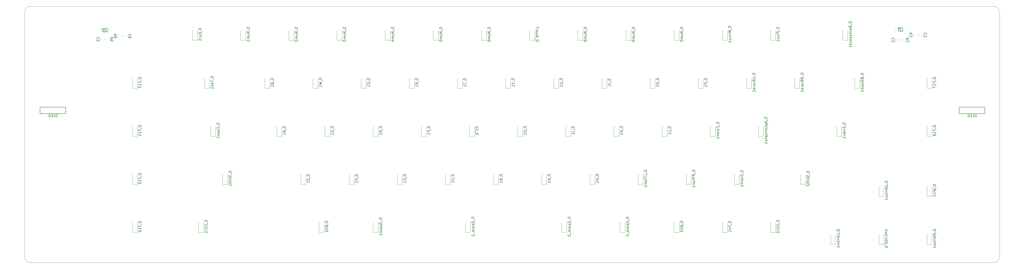
<source format=gbr>
%TF.GenerationSoftware,KiCad,Pcbnew,(5.1.9)-1*%
%TF.CreationDate,2021-05-06T09:00:53-07:00*%
%TF.ProjectId,USKB Final,55534b42-2046-4696-9e61-6c2e6b696361,rev?*%
%TF.SameCoordinates,Original*%
%TF.FileFunction,Legend,Bot*%
%TF.FilePolarity,Positive*%
%FSLAX46Y46*%
G04 Gerber Fmt 4.6, Leading zero omitted, Abs format (unit mm)*
G04 Created by KiCad (PCBNEW (5.1.9)-1) date 2021-05-06 09:00:53*
%MOMM*%
%LPD*%
G01*
G04 APERTURE LIST*
%TA.AperFunction,Profile*%
%ADD10C,0.050000*%
%TD*%
%ADD11C,0.120000*%
%ADD12C,0.150000*%
G04 APERTURE END LIST*
D10*
X19050000Y-25400000D02*
X400050000Y-25400000D01*
X19050000Y-127000000D02*
X19843750Y-127000000D01*
X19050000Y-127000000D02*
G75*
G02*
X16668750Y-124618750I0J2381250D01*
G01*
X16668750Y-27781250D02*
X16668750Y-124618750D01*
X16668750Y-27781250D02*
G75*
G02*
X19050000Y-25400000I2381250J0D01*
G01*
X400050000Y-127000000D02*
X19843750Y-127000000D01*
X402431250Y-124618750D02*
G75*
G02*
X400050000Y-127000000I-2381250J0D01*
G01*
X402431250Y-27781250D02*
X402431250Y-124618750D01*
X400050000Y-25400000D02*
G75*
G02*
X402431250Y-27781250I0J-2381250D01*
G01*
D11*
%TO.C,R1*%
X363628000Y-34412186D02*
X363628000Y-34866314D01*
X365098000Y-34412186D02*
X365098000Y-34866314D01*
%TO.C,R2*%
X365098000Y-38930314D02*
X365098000Y-38476186D01*
X363628000Y-38930314D02*
X363628000Y-38476186D01*
%TO.C,R3*%
X368327000Y-36467686D02*
X368327000Y-36921814D01*
X369797000Y-36467686D02*
X369797000Y-36921814D01*
%TO.C,C3*%
X372083000Y-36998502D02*
X372083000Y-36475998D01*
X370613000Y-36998502D02*
X370613000Y-36475998D01*
%TO.C,C2*%
X361215000Y-38441998D02*
X361215000Y-38964502D01*
X362685000Y-38441998D02*
X362685000Y-38964502D01*
%TO.C,C1*%
X362685000Y-34900502D02*
X362685000Y-34377998D01*
X361215000Y-34900502D02*
X361215000Y-34377998D01*
%TO.C,R6*%
X53621000Y-36952186D02*
X53621000Y-37406314D01*
X55091000Y-36952186D02*
X55091000Y-37406314D01*
%TO.C,R5*%
X50386920Y-38671234D02*
X50386920Y-38217106D01*
X48916920Y-38671234D02*
X48916920Y-38217106D01*
%TO.C,R4*%
X48916920Y-34640786D02*
X48916920Y-35094914D01*
X50386920Y-34640786D02*
X50386920Y-35094914D01*
D12*
%TO.C,OL1*%
X396557500Y-67945000D02*
X386397500Y-67945000D01*
X386397500Y-67945000D02*
X386397500Y-65405000D01*
X386397500Y-65405000D02*
X396557500Y-65405000D01*
X396557500Y-65405000D02*
X396557500Y-67945000D01*
%TO.C,L_OL1*%
X33020000Y-67945000D02*
X22860000Y-67945000D01*
X22860000Y-67945000D02*
X22860000Y-65405000D01*
X22860000Y-65405000D02*
X33020000Y-65405000D01*
X33020000Y-65405000D02*
X33020000Y-67945000D01*
D11*
%TO.C,D_Z1*%
X128000000Y-95912500D02*
X126000000Y-95912500D01*
X126000000Y-95912500D02*
X126000000Y-92012500D01*
X128000000Y-95912500D02*
X128000000Y-92012500D01*
%TO.C,D_Y1*%
X208962500Y-57812500D02*
X206962500Y-57812500D01*
X206962500Y-57812500D02*
X206962500Y-53912500D01*
X208962500Y-57812500D02*
X208962500Y-53912500D01*
%TO.C,D_X1*%
X147050000Y-95912500D02*
X145050000Y-95912500D01*
X145050000Y-95912500D02*
X145050000Y-92012500D01*
X147050000Y-95912500D02*
X147050000Y-92012500D01*
%TO.C,D_Win1*%
X375650000Y-100675000D02*
X373650000Y-100675000D01*
X373650000Y-100675000D02*
X373650000Y-96775000D01*
X375650000Y-100675000D02*
X375650000Y-96775000D01*
%TO.C,D_W1*%
X132762500Y-57812500D02*
X130762500Y-57812500D01*
X130762500Y-57812500D02*
X130762500Y-53912500D01*
X132762500Y-57812500D02*
X132762500Y-53912500D01*
%TO.C,D_V1*%
X185150000Y-95912500D02*
X183150000Y-95912500D01*
X183150000Y-95912500D02*
X183150000Y-92012500D01*
X185150000Y-95912500D02*
X185150000Y-92012500D01*
%TO.C,D_UArrow1*%
X356600000Y-100675000D02*
X354600000Y-100675000D01*
X354600000Y-100675000D02*
X354600000Y-96775000D01*
X356600000Y-100675000D02*
X356600000Y-96775000D01*
%TO.C,D_U1*%
X228012500Y-57812500D02*
X226012500Y-57812500D01*
X226012500Y-57812500D02*
X226012500Y-53912500D01*
X228012500Y-57812500D02*
X228012500Y-53912500D01*
%TO.C,D_Tab1*%
X89900000Y-57812500D02*
X87900000Y-57812500D01*
X87900000Y-57812500D02*
X87900000Y-53912500D01*
X89900000Y-57812500D02*
X89900000Y-53912500D01*
%TO.C,D_T1*%
X189912500Y-57812500D02*
X187912500Y-57812500D01*
X187912500Y-57812500D02*
X187912500Y-53912500D01*
X189912500Y-57812500D02*
X189912500Y-53912500D01*
%TO.C,D_Space_4*%
X254206250Y-114962500D02*
X252206250Y-114962500D01*
X252206250Y-114962500D02*
X252206250Y-111062500D01*
X254206250Y-114962500D02*
X254206250Y-111062500D01*
%TO.C,D_Space_3*%
X231187500Y-114962500D02*
X229187500Y-114962500D01*
X229187500Y-114962500D02*
X229187500Y-111062500D01*
X231187500Y-114962500D02*
X231187500Y-111062500D01*
%TO.C,D_Space_2*%
X193087500Y-114962500D02*
X191087500Y-114962500D01*
X191087500Y-114962500D02*
X191087500Y-111062500D01*
X193087500Y-114962500D02*
X193087500Y-111062500D01*
%TO.C,D_Space1*%
X156575000Y-114962500D02*
X154575000Y-114962500D01*
X154575000Y-114962500D02*
X154575000Y-111062500D01*
X156575000Y-114962500D02*
X156575000Y-111062500D01*
%TO.C,D_Slash1*%
X299450000Y-95912500D02*
X297450000Y-95912500D01*
X297450000Y-95912500D02*
X297450000Y-92012500D01*
X299450000Y-95912500D02*
X299450000Y-92012500D01*
%TO.C,D_Shift2*%
X325643750Y-95912500D02*
X323643750Y-95912500D01*
X323643750Y-95912500D02*
X323643750Y-92012500D01*
X325643750Y-95912500D02*
X325643750Y-92012500D01*
%TO.C,D_Shift1*%
X97043750Y-95912500D02*
X95043750Y-95912500D01*
X95043750Y-95912500D02*
X95043750Y-92012500D01*
X97043750Y-95912500D02*
X97043750Y-92012500D01*
%TO.C,D_S1*%
X137525000Y-76862500D02*
X135525000Y-76862500D01*
X135525000Y-76862500D02*
X135525000Y-72962500D01*
X137525000Y-76862500D02*
X137525000Y-72962500D01*
%TO.C,D_RThan1*%
X280400000Y-95912500D02*
X278400000Y-95912500D01*
X278400000Y-95912500D02*
X278400000Y-92012500D01*
X280400000Y-95912500D02*
X280400000Y-92012500D01*
%TO.C,D_RBrace1*%
X323262500Y-57812500D02*
X321262500Y-57812500D01*
X321262500Y-57812500D02*
X321262500Y-53912500D01*
X323262500Y-57812500D02*
X323262500Y-53912500D01*
%TO.C,D_RArrow1*%
X375650000Y-119725000D02*
X373650000Y-119725000D01*
X373650000Y-119725000D02*
X373650000Y-115825000D01*
X375650000Y-119725000D02*
X375650000Y-115825000D01*
%TO.C,D_R1*%
X170862500Y-57812500D02*
X168862500Y-57812500D01*
X168862500Y-57812500D02*
X168862500Y-53912500D01*
X170862500Y-57812500D02*
X170862500Y-53912500D01*
%TO.C,D_Q1*%
X113712500Y-57812500D02*
X111712500Y-57812500D01*
X111712500Y-57812500D02*
X111712500Y-53912500D01*
X113712500Y-57812500D02*
X113712500Y-53912500D01*
%TO.C,D_Plus1*%
X313737500Y-38762500D02*
X311737500Y-38762500D01*
X311737500Y-38762500D02*
X311737500Y-34862500D01*
X313737500Y-38762500D02*
X313737500Y-34862500D01*
%TO.C,D_P1*%
X285162500Y-57812500D02*
X283162500Y-57812500D01*
X283162500Y-57812500D02*
X283162500Y-53912500D01*
X285162500Y-57812500D02*
X285162500Y-53912500D01*
%TO.C,D_O1*%
X266112500Y-57812500D02*
X264112500Y-57812500D01*
X264112500Y-57812500D02*
X264112500Y-53912500D01*
X266112500Y-57812500D02*
X266112500Y-53912500D01*
%TO.C,D_Num9*%
X256587500Y-38762500D02*
X254587500Y-38762500D01*
X254587500Y-38762500D02*
X254587500Y-34862500D01*
X256587500Y-38762500D02*
X256587500Y-34862500D01*
%TO.C,D_Num8*%
X237537500Y-38762500D02*
X235537500Y-38762500D01*
X235537500Y-38762500D02*
X235537500Y-34862500D01*
X237537500Y-38762500D02*
X237537500Y-34862500D01*
%TO.C,D_Num7*%
X218487500Y-38762500D02*
X216487500Y-38762500D01*
X216487500Y-38762500D02*
X216487500Y-34862500D01*
X218487500Y-38762500D02*
X218487500Y-34862500D01*
%TO.C,D_Num6*%
X199437500Y-38762500D02*
X197437500Y-38762500D01*
X197437500Y-38762500D02*
X197437500Y-34862500D01*
X199437500Y-38762500D02*
X199437500Y-34862500D01*
%TO.C,D_Num5*%
X180387500Y-38762500D02*
X178387500Y-38762500D01*
X178387500Y-38762500D02*
X178387500Y-34862500D01*
X180387500Y-38762500D02*
X180387500Y-34862500D01*
%TO.C,D_Num4*%
X161337500Y-38762500D02*
X159337500Y-38762500D01*
X159337500Y-38762500D02*
X159337500Y-34862500D01*
X161337500Y-38762500D02*
X161337500Y-34862500D01*
%TO.C,D_Num3*%
X142287500Y-38762500D02*
X140287500Y-38762500D01*
X140287500Y-38762500D02*
X140287500Y-34862500D01*
X142287500Y-38762500D02*
X142287500Y-34862500D01*
%TO.C,D_Num2*%
X123237500Y-38762500D02*
X121237500Y-38762500D01*
X121237500Y-38762500D02*
X121237500Y-34862500D01*
X123237500Y-38762500D02*
X123237500Y-34862500D01*
%TO.C,D_Num1*%
X104187500Y-38762500D02*
X102187500Y-38762500D01*
X102187500Y-38762500D02*
X102187500Y-34862500D01*
X104187500Y-38762500D02*
X104187500Y-34862500D01*
%TO.C,D_Num0*%
X275637500Y-38762500D02*
X273637500Y-38762500D01*
X273637500Y-38762500D02*
X273637500Y-34862500D01*
X275637500Y-38762500D02*
X275637500Y-34862500D01*
%TO.C,D_N1*%
X223250000Y-95912500D02*
X221250000Y-95912500D01*
X221250000Y-95912500D02*
X221250000Y-92012500D01*
X223250000Y-95912500D02*
X223250000Y-92012500D01*
%TO.C,D_Minus1*%
X294687500Y-38762500D02*
X292687500Y-38762500D01*
X292687500Y-38762500D02*
X292687500Y-34862500D01*
X294687500Y-38762500D02*
X294687500Y-34862500D01*
%TO.C,D_M1*%
X242300000Y-95912500D02*
X240300000Y-95912500D01*
X240300000Y-95912500D02*
X240300000Y-92012500D01*
X242300000Y-95912500D02*
X242300000Y-92012500D01*
%TO.C,D_LThan1*%
X261350000Y-95912500D02*
X259350000Y-95912500D01*
X259350000Y-95912500D02*
X259350000Y-92012500D01*
X261350000Y-95912500D02*
X261350000Y-92012500D01*
%TO.C,D_LBrace1*%
X304212500Y-57812500D02*
X302212500Y-57812500D01*
X302212500Y-57812500D02*
X302212500Y-53912500D01*
X304212500Y-57812500D02*
X304212500Y-53912500D01*
%TO.C,D_LArrow1*%
X337550000Y-119725000D02*
X335550000Y-119725000D01*
X335550000Y-119725000D02*
X335550000Y-115825000D01*
X337550000Y-119725000D02*
X337550000Y-115825000D01*
%TO.C,D_L1*%
X270875000Y-76862500D02*
X268875000Y-76862500D01*
X268875000Y-76862500D02*
X268875000Y-72962500D01*
X270875000Y-76862500D02*
X270875000Y-72962500D01*
%TO.C,D_K1*%
X251825000Y-76862500D02*
X249825000Y-76862500D01*
X249825000Y-76862500D02*
X249825000Y-72962500D01*
X251825000Y-76862500D02*
X251825000Y-72962500D01*
%TO.C,D_J1*%
X232775000Y-76862500D02*
X230775000Y-76862500D01*
X230775000Y-76862500D02*
X230775000Y-72962500D01*
X232775000Y-76862500D02*
X232775000Y-72962500D01*
%TO.C,D_I1*%
X247062500Y-57812500D02*
X245062500Y-57812500D01*
X245062500Y-57812500D02*
X245062500Y-53912500D01*
X247062500Y-57812500D02*
X247062500Y-53912500D01*
%TO.C,D_H1*%
X213725000Y-76862500D02*
X211725000Y-76862500D01*
X211725000Y-76862500D02*
X211725000Y-72962500D01*
X213725000Y-76862500D02*
X213725000Y-72962500D01*
%TO.C,D_G1*%
X194675000Y-76862500D02*
X192675000Y-76862500D01*
X192675000Y-76862500D02*
X192675000Y-72962500D01*
X194675000Y-76862500D02*
X194675000Y-72962500D01*
%TO.C,D_Fn1*%
X294687500Y-114962500D02*
X292687500Y-114962500D01*
X292687500Y-114962500D02*
X292687500Y-111062500D01*
X294687500Y-114962500D02*
X294687500Y-111062500D01*
%TO.C,D_F18*%
X375650000Y-76862500D02*
X373650000Y-76862500D01*
X373650000Y-76862500D02*
X373650000Y-72962500D01*
X375650000Y-76862500D02*
X375650000Y-72962500D01*
%TO.C,D_F17*%
X375650000Y-57812500D02*
X373650000Y-57812500D01*
X373650000Y-57812500D02*
X373650000Y-53912500D01*
X375650000Y-57812500D02*
X375650000Y-53912500D01*
%TO.C,D_F16*%
X61325000Y-114962500D02*
X59325000Y-114962500D01*
X59325000Y-114962500D02*
X59325000Y-111062500D01*
X61325000Y-114962500D02*
X61325000Y-111062500D01*
%TO.C,D_F15*%
X61325000Y-95912500D02*
X59325000Y-95912500D01*
X59325000Y-95912500D02*
X59325000Y-92012500D01*
X61325000Y-95912500D02*
X61325000Y-92012500D01*
%TO.C,D_F14*%
X61325000Y-76862500D02*
X59325000Y-76862500D01*
X59325000Y-76862500D02*
X59325000Y-72962500D01*
X61325000Y-76862500D02*
X61325000Y-72962500D01*
%TO.C,D_F13*%
X61325000Y-57812500D02*
X59325000Y-57812500D01*
X59325000Y-57812500D02*
X59325000Y-53912500D01*
X61325000Y-57812500D02*
X61325000Y-53912500D01*
%TO.C,D_F1*%
X175625000Y-76862500D02*
X173625000Y-76862500D01*
X173625000Y-76862500D02*
X173625000Y-72962500D01*
X175625000Y-76862500D02*
X175625000Y-72962500D01*
%TO.C,D_Esc1*%
X85137500Y-38762500D02*
X83137500Y-38762500D01*
X83137500Y-38762500D02*
X83137500Y-34862500D01*
X85137500Y-38762500D02*
X85137500Y-34862500D01*
%TO.C,D_Enter1*%
X339931250Y-76862500D02*
X337931250Y-76862500D01*
X337931250Y-76862500D02*
X337931250Y-72962500D01*
X339931250Y-76862500D02*
X339931250Y-72962500D01*
%TO.C,D_E1*%
X151812500Y-57812500D02*
X149812500Y-57812500D01*
X149812500Y-57812500D02*
X149812500Y-53912500D01*
X151812500Y-57812500D02*
X151812500Y-53912500D01*
%TO.C,D_DArrow1*%
X356600000Y-119725000D02*
X354600000Y-119725000D01*
X354600000Y-119725000D02*
X354600000Y-115825000D01*
X356600000Y-119725000D02*
X356600000Y-115825000D01*
%TO.C,D_D1*%
X156575000Y-76862500D02*
X154575000Y-76862500D01*
X154575000Y-76862500D02*
X154575000Y-72962500D01*
X156575000Y-76862500D02*
X156575000Y-72962500D01*
%TO.C,D_Ctrl2*%
X313737500Y-114962500D02*
X311737500Y-114962500D01*
X311737500Y-114962500D02*
X311737500Y-111062500D01*
X313737500Y-114962500D02*
X313737500Y-111062500D01*
%TO.C,D_Ctrl1*%
X87518750Y-114962500D02*
X85518750Y-114962500D01*
X85518750Y-114962500D02*
X85518750Y-111062500D01*
X87518750Y-114962500D02*
X87518750Y-111062500D01*
%TO.C,D_Colon1*%
X289925000Y-76862500D02*
X287925000Y-76862500D01*
X287925000Y-76862500D02*
X287925000Y-72962500D01*
X289925000Y-76862500D02*
X289925000Y-72962500D01*
%TO.C,D_Caps1*%
X92281250Y-76862500D02*
X90281250Y-76862500D01*
X90281250Y-76862500D02*
X90281250Y-72962500D01*
X92281250Y-76862500D02*
X92281250Y-72962500D01*
%TO.C,D_C1*%
X166100000Y-95912500D02*
X164100000Y-95912500D01*
X164100000Y-95912500D02*
X164100000Y-92012500D01*
X166100000Y-95912500D02*
X166100000Y-92012500D01*
%TO.C,D_BSlash1*%
X347075000Y-57812500D02*
X345075000Y-57812500D01*
X345075000Y-57812500D02*
X345075000Y-53912500D01*
X347075000Y-57812500D02*
X347075000Y-53912500D01*
%TO.C,D_Backspace1*%
X342312500Y-38762500D02*
X340312500Y-38762500D01*
X340312500Y-38762500D02*
X340312500Y-34862500D01*
X342312500Y-38762500D02*
X342312500Y-34862500D01*
%TO.C,D_B1*%
X204200000Y-95912500D02*
X202200000Y-95912500D01*
X202200000Y-95912500D02*
X202200000Y-92012500D01*
X204200000Y-95912500D02*
X204200000Y-92012500D01*
%TO.C,D_Apostrophe1*%
X308975000Y-76862500D02*
X306975000Y-76862500D01*
X306975000Y-76862500D02*
X306975000Y-72962500D01*
X308975000Y-76862500D02*
X308975000Y-72962500D01*
%TO.C,D_Alt2*%
X275637500Y-114962500D02*
X273637500Y-114962500D01*
X273637500Y-114962500D02*
X273637500Y-111062500D01*
X275637500Y-114962500D02*
X275637500Y-111062500D01*
%TO.C,D_Alt1*%
X135143750Y-114962500D02*
X133143750Y-114962500D01*
X133143750Y-114962500D02*
X133143750Y-111062500D01*
X135143750Y-114962500D02*
X135143750Y-111062500D01*
%TO.C,D_A1*%
X118475000Y-76862500D02*
X116475000Y-76862500D01*
X116475000Y-76862500D02*
X116475000Y-72962500D01*
X118475000Y-76862500D02*
X118475000Y-72962500D01*
%TO.C,C6*%
X57377000Y-37440502D02*
X57377000Y-36917998D01*
X55907000Y-37440502D02*
X55907000Y-36917998D01*
%TO.C,C5*%
X46768080Y-38162598D02*
X46768080Y-38685102D01*
X48238080Y-38162598D02*
X48238080Y-38685102D01*
%TO.C,C4*%
X48238080Y-35108782D02*
X48238080Y-34586278D01*
X46768080Y-35108782D02*
X46768080Y-34586278D01*
%TD*%
%TO.C,R1*%
D12*
X363165380Y-34472583D02*
X362689190Y-34139250D01*
X363165380Y-33901154D02*
X362165380Y-33901154D01*
X362165380Y-34282107D01*
X362213000Y-34377345D01*
X362260619Y-34424964D01*
X362355857Y-34472583D01*
X362498714Y-34472583D01*
X362593952Y-34424964D01*
X362641571Y-34377345D01*
X362689190Y-34282107D01*
X362689190Y-33901154D01*
X363165380Y-35424964D02*
X363165380Y-34853535D01*
X363165380Y-35139250D02*
X362165380Y-35139250D01*
X362308238Y-35044011D01*
X362403476Y-34948773D01*
X362451095Y-34853535D01*
%TO.C,R2*%
X366465380Y-38536583D02*
X365989190Y-38203250D01*
X366465380Y-37965154D02*
X365465380Y-37965154D01*
X365465380Y-38346107D01*
X365513000Y-38441345D01*
X365560619Y-38488964D01*
X365655857Y-38536583D01*
X365798714Y-38536583D01*
X365893952Y-38488964D01*
X365941571Y-38441345D01*
X365989190Y-38346107D01*
X365989190Y-37965154D01*
X365560619Y-38917535D02*
X365513000Y-38965154D01*
X365465380Y-39060392D01*
X365465380Y-39298488D01*
X365513000Y-39393726D01*
X365560619Y-39441345D01*
X365655857Y-39488964D01*
X365751095Y-39488964D01*
X365893952Y-39441345D01*
X366465380Y-38869916D01*
X366465380Y-39488964D01*
%TO.C,R3*%
X367864380Y-36528083D02*
X367388190Y-36194750D01*
X367864380Y-35956654D02*
X366864380Y-35956654D01*
X366864380Y-36337607D01*
X366912000Y-36432845D01*
X366959619Y-36480464D01*
X367054857Y-36528083D01*
X367197714Y-36528083D01*
X367292952Y-36480464D01*
X367340571Y-36432845D01*
X367388190Y-36337607D01*
X367388190Y-35956654D01*
X366864380Y-36861416D02*
X366864380Y-37480464D01*
X367245333Y-37147130D01*
X367245333Y-37289988D01*
X367292952Y-37385226D01*
X367340571Y-37432845D01*
X367435809Y-37480464D01*
X367673904Y-37480464D01*
X367769142Y-37432845D01*
X367816761Y-37385226D01*
X367864380Y-37289988D01*
X367864380Y-37004273D01*
X367816761Y-36909035D01*
X367769142Y-36861416D01*
%TO.C,C3*%
X373385142Y-36570583D02*
X373432761Y-36522964D01*
X373480380Y-36380107D01*
X373480380Y-36284869D01*
X373432761Y-36142011D01*
X373337523Y-36046773D01*
X373242285Y-35999154D01*
X373051809Y-35951535D01*
X372908952Y-35951535D01*
X372718476Y-35999154D01*
X372623238Y-36046773D01*
X372528000Y-36142011D01*
X372480380Y-36284869D01*
X372480380Y-36380107D01*
X372528000Y-36522964D01*
X372575619Y-36570583D01*
X372480380Y-36903916D02*
X372480380Y-37522964D01*
X372861333Y-37189630D01*
X372861333Y-37332488D01*
X372908952Y-37427726D01*
X372956571Y-37475345D01*
X373051809Y-37522964D01*
X373289904Y-37522964D01*
X373385142Y-37475345D01*
X373432761Y-37427726D01*
X373480380Y-37332488D01*
X373480380Y-37046773D01*
X373432761Y-36951535D01*
X373385142Y-36903916D01*
%TO.C,C2*%
X360627142Y-38536583D02*
X360674761Y-38488964D01*
X360722380Y-38346107D01*
X360722380Y-38250869D01*
X360674761Y-38108011D01*
X360579523Y-38012773D01*
X360484285Y-37965154D01*
X360293809Y-37917535D01*
X360150952Y-37917535D01*
X359960476Y-37965154D01*
X359865238Y-38012773D01*
X359770000Y-38108011D01*
X359722380Y-38250869D01*
X359722380Y-38346107D01*
X359770000Y-38488964D01*
X359817619Y-38536583D01*
X359817619Y-38917535D02*
X359770000Y-38965154D01*
X359722380Y-39060392D01*
X359722380Y-39298488D01*
X359770000Y-39393726D01*
X359817619Y-39441345D01*
X359912857Y-39488964D01*
X360008095Y-39488964D01*
X360150952Y-39441345D01*
X360722380Y-38869916D01*
X360722380Y-39488964D01*
%TO.C,C1*%
X363987142Y-34472583D02*
X364034761Y-34424964D01*
X364082380Y-34282107D01*
X364082380Y-34186869D01*
X364034761Y-34044011D01*
X363939523Y-33948773D01*
X363844285Y-33901154D01*
X363653809Y-33853535D01*
X363510952Y-33853535D01*
X363320476Y-33901154D01*
X363225238Y-33948773D01*
X363130000Y-34044011D01*
X363082380Y-34186869D01*
X363082380Y-34282107D01*
X363130000Y-34424964D01*
X363177619Y-34472583D01*
X364082380Y-35424964D02*
X364082380Y-34853535D01*
X364082380Y-35139250D02*
X363082380Y-35139250D01*
X363225238Y-35044011D01*
X363320476Y-34948773D01*
X363368095Y-34853535D01*
%TO.C,R6*%
X53158380Y-37012583D02*
X52682190Y-36679250D01*
X53158380Y-36441154D02*
X52158380Y-36441154D01*
X52158380Y-36822107D01*
X52206000Y-36917345D01*
X52253619Y-36964964D01*
X52348857Y-37012583D01*
X52491714Y-37012583D01*
X52586952Y-36964964D01*
X52634571Y-36917345D01*
X52682190Y-36822107D01*
X52682190Y-36441154D01*
X52158380Y-37869726D02*
X52158380Y-37679250D01*
X52206000Y-37584011D01*
X52253619Y-37536392D01*
X52396476Y-37441154D01*
X52586952Y-37393535D01*
X52967904Y-37393535D01*
X53063142Y-37441154D01*
X53110761Y-37488773D01*
X53158380Y-37584011D01*
X53158380Y-37774488D01*
X53110761Y-37869726D01*
X53063142Y-37917345D01*
X52967904Y-37964964D01*
X52729809Y-37964964D01*
X52634571Y-37917345D01*
X52586952Y-37869726D01*
X52539333Y-37774488D01*
X52539333Y-37584011D01*
X52586952Y-37488773D01*
X52634571Y-37441154D01*
X52729809Y-37393535D01*
%TO.C,R5*%
X51754300Y-38277503D02*
X51278110Y-37944170D01*
X51754300Y-37706074D02*
X50754300Y-37706074D01*
X50754300Y-38087027D01*
X50801920Y-38182265D01*
X50849539Y-38229884D01*
X50944777Y-38277503D01*
X51087634Y-38277503D01*
X51182872Y-38229884D01*
X51230491Y-38182265D01*
X51278110Y-38087027D01*
X51278110Y-37706074D01*
X50754300Y-39182265D02*
X50754300Y-38706074D01*
X51230491Y-38658455D01*
X51182872Y-38706074D01*
X51135253Y-38801312D01*
X51135253Y-39039408D01*
X51182872Y-39134646D01*
X51230491Y-39182265D01*
X51325729Y-39229884D01*
X51563824Y-39229884D01*
X51659062Y-39182265D01*
X51706681Y-39134646D01*
X51754300Y-39039408D01*
X51754300Y-38801312D01*
X51706681Y-38706074D01*
X51659062Y-38658455D01*
%TO.C,R4*%
X48454300Y-34701183D02*
X47978110Y-34367850D01*
X48454300Y-34129754D02*
X47454300Y-34129754D01*
X47454300Y-34510707D01*
X47501920Y-34605945D01*
X47549539Y-34653564D01*
X47644777Y-34701183D01*
X47787634Y-34701183D01*
X47882872Y-34653564D01*
X47930491Y-34605945D01*
X47978110Y-34510707D01*
X47978110Y-34129754D01*
X47787634Y-35558326D02*
X48454300Y-35558326D01*
X47406681Y-35320230D02*
X48120967Y-35082135D01*
X48120967Y-35701183D01*
%TO.C,OL1*%
X392989880Y-68227380D02*
X392799404Y-68227380D01*
X392704166Y-68275000D01*
X392608928Y-68370238D01*
X392561309Y-68560714D01*
X392561309Y-68894047D01*
X392608928Y-69084523D01*
X392704166Y-69179761D01*
X392799404Y-69227380D01*
X392989880Y-69227380D01*
X393085119Y-69179761D01*
X393180357Y-69084523D01*
X393227976Y-68894047D01*
X393227976Y-68560714D01*
X393180357Y-68370238D01*
X393085119Y-68275000D01*
X392989880Y-68227380D01*
X391656547Y-69227380D02*
X392132738Y-69227380D01*
X392132738Y-68227380D01*
X391323214Y-68703571D02*
X390989880Y-68703571D01*
X390847023Y-69227380D02*
X391323214Y-69227380D01*
X391323214Y-68227380D01*
X390847023Y-68227380D01*
X390418452Y-69227380D02*
X390418452Y-68227380D01*
X390180357Y-68227380D01*
X390037500Y-68275000D01*
X389942261Y-68370238D01*
X389894642Y-68465476D01*
X389847023Y-68655952D01*
X389847023Y-68798809D01*
X389894642Y-68989285D01*
X389942261Y-69084523D01*
X390037500Y-69179761D01*
X390180357Y-69227380D01*
X390418452Y-69227380D01*
%TO.C,L_OL1*%
X29452380Y-68227380D02*
X29261904Y-68227380D01*
X29166666Y-68275000D01*
X29071428Y-68370238D01*
X29023809Y-68560714D01*
X29023809Y-68894047D01*
X29071428Y-69084523D01*
X29166666Y-69179761D01*
X29261904Y-69227380D01*
X29452380Y-69227380D01*
X29547619Y-69179761D01*
X29642857Y-69084523D01*
X29690476Y-68894047D01*
X29690476Y-68560714D01*
X29642857Y-68370238D01*
X29547619Y-68275000D01*
X29452380Y-68227380D01*
X28119047Y-69227380D02*
X28595238Y-69227380D01*
X28595238Y-68227380D01*
X27785714Y-68703571D02*
X27452380Y-68703571D01*
X27309523Y-69227380D02*
X27785714Y-69227380D01*
X27785714Y-68227380D01*
X27309523Y-68227380D01*
X26880952Y-69227380D02*
X26880952Y-68227380D01*
X26642857Y-68227380D01*
X26500000Y-68275000D01*
X26404761Y-68370238D01*
X26357142Y-68465476D01*
X26309523Y-68655952D01*
X26309523Y-68798809D01*
X26357142Y-68989285D01*
X26404761Y-69084523D01*
X26500000Y-69179761D01*
X26642857Y-69227380D01*
X26880952Y-69227380D01*
%TO.C,D_Z1*%
X129452380Y-92067261D02*
X128452380Y-92067261D01*
X128452380Y-92305357D01*
X128500000Y-92448214D01*
X128595238Y-92543452D01*
X128690476Y-92591071D01*
X128880952Y-92638690D01*
X129023809Y-92638690D01*
X129214285Y-92591071D01*
X129309523Y-92543452D01*
X129404761Y-92448214D01*
X129452380Y-92305357D01*
X129452380Y-92067261D01*
X129547619Y-92829166D02*
X129547619Y-93591071D01*
X128452380Y-93733928D02*
X128452380Y-94400595D01*
X129452380Y-93733928D01*
X129452380Y-94400595D01*
X129452380Y-95305357D02*
X129452380Y-94733928D01*
X129452380Y-95019642D02*
X128452380Y-95019642D01*
X128595238Y-94924404D01*
X128690476Y-94829166D01*
X128738095Y-94733928D01*
%TO.C,D_Y1*%
X210414880Y-54014880D02*
X209414880Y-54014880D01*
X209414880Y-54252976D01*
X209462500Y-54395833D01*
X209557738Y-54491071D01*
X209652976Y-54538690D01*
X209843452Y-54586309D01*
X209986309Y-54586309D01*
X210176785Y-54538690D01*
X210272023Y-54491071D01*
X210367261Y-54395833D01*
X210414880Y-54252976D01*
X210414880Y-54014880D01*
X210510119Y-54776785D02*
X210510119Y-55538690D01*
X209938690Y-55967261D02*
X210414880Y-55967261D01*
X209414880Y-55633928D02*
X209938690Y-55967261D01*
X209414880Y-56300595D01*
X210414880Y-57157738D02*
X210414880Y-56586309D01*
X210414880Y-56872023D02*
X209414880Y-56872023D01*
X209557738Y-56776785D01*
X209652976Y-56681547D01*
X209700595Y-56586309D01*
%TO.C,D_X1*%
X148502380Y-92067261D02*
X147502380Y-92067261D01*
X147502380Y-92305357D01*
X147550000Y-92448214D01*
X147645238Y-92543452D01*
X147740476Y-92591071D01*
X147930952Y-92638690D01*
X148073809Y-92638690D01*
X148264285Y-92591071D01*
X148359523Y-92543452D01*
X148454761Y-92448214D01*
X148502380Y-92305357D01*
X148502380Y-92067261D01*
X148597619Y-92829166D02*
X148597619Y-93591071D01*
X147502380Y-93733928D02*
X148502380Y-94400595D01*
X147502380Y-94400595D02*
X148502380Y-93733928D01*
X148502380Y-95305357D02*
X148502380Y-94733928D01*
X148502380Y-95019642D02*
X147502380Y-95019642D01*
X147645238Y-94924404D01*
X147740476Y-94829166D01*
X147788095Y-94733928D01*
%TO.C,D_Win1*%
X377102380Y-96044047D02*
X376102380Y-96044047D01*
X376102380Y-96282142D01*
X376150000Y-96425000D01*
X376245238Y-96520238D01*
X376340476Y-96567857D01*
X376530952Y-96615476D01*
X376673809Y-96615476D01*
X376864285Y-96567857D01*
X376959523Y-96520238D01*
X377054761Y-96425000D01*
X377102380Y-96282142D01*
X377102380Y-96044047D01*
X377197619Y-96805952D02*
X377197619Y-97567857D01*
X376102380Y-97710714D02*
X377102380Y-97948809D01*
X376388095Y-98139285D01*
X377102380Y-98329761D01*
X376102380Y-98567857D01*
X377102380Y-98948809D02*
X376435714Y-98948809D01*
X376102380Y-98948809D02*
X376150000Y-98901190D01*
X376197619Y-98948809D01*
X376150000Y-98996428D01*
X376102380Y-98948809D01*
X376197619Y-98948809D01*
X376435714Y-99425000D02*
X377102380Y-99425000D01*
X376530952Y-99425000D02*
X376483333Y-99472619D01*
X376435714Y-99567857D01*
X376435714Y-99710714D01*
X376483333Y-99805952D01*
X376578571Y-99853571D01*
X377102380Y-99853571D01*
X377102380Y-100853571D02*
X377102380Y-100282142D01*
X377102380Y-100567857D02*
X376102380Y-100567857D01*
X376245238Y-100472619D01*
X376340476Y-100377380D01*
X376388095Y-100282142D01*
%TO.C,D_W1*%
X134214880Y-53872023D02*
X133214880Y-53872023D01*
X133214880Y-54110119D01*
X133262500Y-54252976D01*
X133357738Y-54348214D01*
X133452976Y-54395833D01*
X133643452Y-54443452D01*
X133786309Y-54443452D01*
X133976785Y-54395833D01*
X134072023Y-54348214D01*
X134167261Y-54252976D01*
X134214880Y-54110119D01*
X134214880Y-53872023D01*
X134310119Y-54633928D02*
X134310119Y-55395833D01*
X133214880Y-55538690D02*
X134214880Y-55776785D01*
X133500595Y-55967261D01*
X134214880Y-56157738D01*
X133214880Y-56395833D01*
X134214880Y-57300595D02*
X134214880Y-56729166D01*
X134214880Y-57014880D02*
X133214880Y-57014880D01*
X133357738Y-56919642D01*
X133452976Y-56824404D01*
X133500595Y-56729166D01*
%TO.C,D_V1*%
X186602380Y-92114880D02*
X185602380Y-92114880D01*
X185602380Y-92352976D01*
X185650000Y-92495833D01*
X185745238Y-92591071D01*
X185840476Y-92638690D01*
X186030952Y-92686309D01*
X186173809Y-92686309D01*
X186364285Y-92638690D01*
X186459523Y-92591071D01*
X186554761Y-92495833D01*
X186602380Y-92352976D01*
X186602380Y-92114880D01*
X186697619Y-92876785D02*
X186697619Y-93638690D01*
X185602380Y-93733928D02*
X186602380Y-94067261D01*
X185602380Y-94400595D01*
X186602380Y-95257738D02*
X186602380Y-94686309D01*
X186602380Y-94972023D02*
X185602380Y-94972023D01*
X185745238Y-94876785D01*
X185840476Y-94781547D01*
X185888095Y-94686309D01*
%TO.C,D_UArrow1*%
X358052380Y-94758333D02*
X357052380Y-94758333D01*
X357052380Y-94996428D01*
X357100000Y-95139285D01*
X357195238Y-95234523D01*
X357290476Y-95282142D01*
X357480952Y-95329761D01*
X357623809Y-95329761D01*
X357814285Y-95282142D01*
X357909523Y-95234523D01*
X358004761Y-95139285D01*
X358052380Y-94996428D01*
X358052380Y-94758333D01*
X358147619Y-95520238D02*
X358147619Y-96282142D01*
X357052380Y-96520238D02*
X357861904Y-96520238D01*
X357957142Y-96567857D01*
X358004761Y-96615476D01*
X358052380Y-96710714D01*
X358052380Y-96901190D01*
X358004761Y-96996428D01*
X357957142Y-97044047D01*
X357861904Y-97091666D01*
X357052380Y-97091666D01*
X357766666Y-97520238D02*
X357766666Y-97996428D01*
X358052380Y-97425000D02*
X357052380Y-97758333D01*
X358052380Y-98091666D01*
X358052380Y-98425000D02*
X357385714Y-98425000D01*
X357576190Y-98425000D02*
X357480952Y-98472619D01*
X357433333Y-98520238D01*
X357385714Y-98615476D01*
X357385714Y-98710714D01*
X358052380Y-99044047D02*
X357385714Y-99044047D01*
X357576190Y-99044047D02*
X357480952Y-99091666D01*
X357433333Y-99139285D01*
X357385714Y-99234523D01*
X357385714Y-99329761D01*
X358052380Y-99805952D02*
X358004761Y-99710714D01*
X357957142Y-99663095D01*
X357861904Y-99615476D01*
X357576190Y-99615476D01*
X357480952Y-99663095D01*
X357433333Y-99710714D01*
X357385714Y-99805952D01*
X357385714Y-99948809D01*
X357433333Y-100044047D01*
X357480952Y-100091666D01*
X357576190Y-100139285D01*
X357861904Y-100139285D01*
X357957142Y-100091666D01*
X358004761Y-100044047D01*
X358052380Y-99948809D01*
X358052380Y-99805952D01*
X357385714Y-100472619D02*
X358052380Y-100663095D01*
X357576190Y-100853571D01*
X358052380Y-101044047D01*
X357385714Y-101234523D01*
X358052380Y-102139285D02*
X358052380Y-101567857D01*
X358052380Y-101853571D02*
X357052380Y-101853571D01*
X357195238Y-101758333D01*
X357290476Y-101663095D01*
X357338095Y-101567857D01*
%TO.C,D_U1*%
X229464880Y-53919642D02*
X228464880Y-53919642D01*
X228464880Y-54157738D01*
X228512500Y-54300595D01*
X228607738Y-54395833D01*
X228702976Y-54443452D01*
X228893452Y-54491071D01*
X229036309Y-54491071D01*
X229226785Y-54443452D01*
X229322023Y-54395833D01*
X229417261Y-54300595D01*
X229464880Y-54157738D01*
X229464880Y-53919642D01*
X229560119Y-54681547D02*
X229560119Y-55443452D01*
X228464880Y-55681547D02*
X229274404Y-55681547D01*
X229369642Y-55729166D01*
X229417261Y-55776785D01*
X229464880Y-55872023D01*
X229464880Y-56062500D01*
X229417261Y-56157738D01*
X229369642Y-56205357D01*
X229274404Y-56252976D01*
X228464880Y-56252976D01*
X229464880Y-57252976D02*
X229464880Y-56681547D01*
X229464880Y-56967261D02*
X228464880Y-56967261D01*
X228607738Y-56872023D01*
X228702976Y-56776785D01*
X228750595Y-56681547D01*
%TO.C,D_Tab1*%
X91352380Y-53157738D02*
X90352380Y-53157738D01*
X90352380Y-53395833D01*
X90400000Y-53538690D01*
X90495238Y-53633928D01*
X90590476Y-53681547D01*
X90780952Y-53729166D01*
X90923809Y-53729166D01*
X91114285Y-53681547D01*
X91209523Y-53633928D01*
X91304761Y-53538690D01*
X91352380Y-53395833D01*
X91352380Y-53157738D01*
X91447619Y-53919642D02*
X91447619Y-54681547D01*
X90352380Y-54776785D02*
X90352380Y-55348214D01*
X91352380Y-55062500D02*
X90352380Y-55062500D01*
X91352380Y-56110119D02*
X90828571Y-56110119D01*
X90733333Y-56062500D01*
X90685714Y-55967261D01*
X90685714Y-55776785D01*
X90733333Y-55681547D01*
X91304761Y-56110119D02*
X91352380Y-56014880D01*
X91352380Y-55776785D01*
X91304761Y-55681547D01*
X91209523Y-55633928D01*
X91114285Y-55633928D01*
X91019047Y-55681547D01*
X90971428Y-55776785D01*
X90971428Y-56014880D01*
X90923809Y-56110119D01*
X91352380Y-56586309D02*
X90352380Y-56586309D01*
X90733333Y-56586309D02*
X90685714Y-56681547D01*
X90685714Y-56872023D01*
X90733333Y-56967261D01*
X90780952Y-57014880D01*
X90876190Y-57062500D01*
X91161904Y-57062500D01*
X91257142Y-57014880D01*
X91304761Y-56967261D01*
X91352380Y-56872023D01*
X91352380Y-56681547D01*
X91304761Y-56586309D01*
X91352380Y-58014880D02*
X91352380Y-57443452D01*
X91352380Y-57729166D02*
X90352380Y-57729166D01*
X90495238Y-57633928D01*
X90590476Y-57538690D01*
X90638095Y-57443452D01*
%TO.C,D_T1*%
X191364880Y-54062500D02*
X190364880Y-54062500D01*
X190364880Y-54300595D01*
X190412500Y-54443452D01*
X190507738Y-54538690D01*
X190602976Y-54586309D01*
X190793452Y-54633928D01*
X190936309Y-54633928D01*
X191126785Y-54586309D01*
X191222023Y-54538690D01*
X191317261Y-54443452D01*
X191364880Y-54300595D01*
X191364880Y-54062500D01*
X191460119Y-54824404D02*
X191460119Y-55586309D01*
X190364880Y-55681547D02*
X190364880Y-56252976D01*
X191364880Y-55967261D02*
X190364880Y-55967261D01*
X191364880Y-57110119D02*
X191364880Y-56538690D01*
X191364880Y-56824404D02*
X190364880Y-56824404D01*
X190507738Y-56729166D01*
X190602976Y-56633928D01*
X190650595Y-56538690D01*
%TO.C,D_Space_4*%
X255658630Y-108974404D02*
X254658630Y-108974404D01*
X254658630Y-109212500D01*
X254706250Y-109355357D01*
X254801488Y-109450595D01*
X254896726Y-109498214D01*
X255087202Y-109545833D01*
X255230059Y-109545833D01*
X255420535Y-109498214D01*
X255515773Y-109450595D01*
X255611011Y-109355357D01*
X255658630Y-109212500D01*
X255658630Y-108974404D01*
X255753869Y-109736309D02*
X255753869Y-110498214D01*
X255611011Y-110688690D02*
X255658630Y-110831547D01*
X255658630Y-111069642D01*
X255611011Y-111164880D01*
X255563392Y-111212500D01*
X255468154Y-111260119D01*
X255372916Y-111260119D01*
X255277678Y-111212500D01*
X255230059Y-111164880D01*
X255182440Y-111069642D01*
X255134821Y-110879166D01*
X255087202Y-110783928D01*
X255039583Y-110736309D01*
X254944345Y-110688690D01*
X254849107Y-110688690D01*
X254753869Y-110736309D01*
X254706250Y-110783928D01*
X254658630Y-110879166D01*
X254658630Y-111117261D01*
X254706250Y-111260119D01*
X254991964Y-111688690D02*
X255991964Y-111688690D01*
X255039583Y-111688690D02*
X254991964Y-111783928D01*
X254991964Y-111974404D01*
X255039583Y-112069642D01*
X255087202Y-112117261D01*
X255182440Y-112164880D01*
X255468154Y-112164880D01*
X255563392Y-112117261D01*
X255611011Y-112069642D01*
X255658630Y-111974404D01*
X255658630Y-111783928D01*
X255611011Y-111688690D01*
X255658630Y-113022023D02*
X255134821Y-113022023D01*
X255039583Y-112974404D01*
X254991964Y-112879166D01*
X254991964Y-112688690D01*
X255039583Y-112593452D01*
X255611011Y-113022023D02*
X255658630Y-112926785D01*
X255658630Y-112688690D01*
X255611011Y-112593452D01*
X255515773Y-112545833D01*
X255420535Y-112545833D01*
X255325297Y-112593452D01*
X255277678Y-112688690D01*
X255277678Y-112926785D01*
X255230059Y-113022023D01*
X255611011Y-113926785D02*
X255658630Y-113831547D01*
X255658630Y-113641071D01*
X255611011Y-113545833D01*
X255563392Y-113498214D01*
X255468154Y-113450595D01*
X255182440Y-113450595D01*
X255087202Y-113498214D01*
X255039583Y-113545833D01*
X254991964Y-113641071D01*
X254991964Y-113831547D01*
X255039583Y-113926785D01*
X255611011Y-114736309D02*
X255658630Y-114641071D01*
X255658630Y-114450595D01*
X255611011Y-114355357D01*
X255515773Y-114307738D01*
X255134821Y-114307738D01*
X255039583Y-114355357D01*
X254991964Y-114450595D01*
X254991964Y-114641071D01*
X255039583Y-114736309D01*
X255134821Y-114783928D01*
X255230059Y-114783928D01*
X255325297Y-114307738D01*
X255753869Y-114974404D02*
X255753869Y-115736309D01*
X254991964Y-116402976D02*
X255658630Y-116402976D01*
X254611011Y-116164880D02*
X255325297Y-115926785D01*
X255325297Y-116545833D01*
%TO.C,D_Space_3*%
X232639880Y-108974404D02*
X231639880Y-108974404D01*
X231639880Y-109212500D01*
X231687500Y-109355357D01*
X231782738Y-109450595D01*
X231877976Y-109498214D01*
X232068452Y-109545833D01*
X232211309Y-109545833D01*
X232401785Y-109498214D01*
X232497023Y-109450595D01*
X232592261Y-109355357D01*
X232639880Y-109212500D01*
X232639880Y-108974404D01*
X232735119Y-109736309D02*
X232735119Y-110498214D01*
X232592261Y-110688690D02*
X232639880Y-110831547D01*
X232639880Y-111069642D01*
X232592261Y-111164880D01*
X232544642Y-111212500D01*
X232449404Y-111260119D01*
X232354166Y-111260119D01*
X232258928Y-111212500D01*
X232211309Y-111164880D01*
X232163690Y-111069642D01*
X232116071Y-110879166D01*
X232068452Y-110783928D01*
X232020833Y-110736309D01*
X231925595Y-110688690D01*
X231830357Y-110688690D01*
X231735119Y-110736309D01*
X231687500Y-110783928D01*
X231639880Y-110879166D01*
X231639880Y-111117261D01*
X231687500Y-111260119D01*
X231973214Y-111688690D02*
X232973214Y-111688690D01*
X232020833Y-111688690D02*
X231973214Y-111783928D01*
X231973214Y-111974404D01*
X232020833Y-112069642D01*
X232068452Y-112117261D01*
X232163690Y-112164880D01*
X232449404Y-112164880D01*
X232544642Y-112117261D01*
X232592261Y-112069642D01*
X232639880Y-111974404D01*
X232639880Y-111783928D01*
X232592261Y-111688690D01*
X232639880Y-113022023D02*
X232116071Y-113022023D01*
X232020833Y-112974404D01*
X231973214Y-112879166D01*
X231973214Y-112688690D01*
X232020833Y-112593452D01*
X232592261Y-113022023D02*
X232639880Y-112926785D01*
X232639880Y-112688690D01*
X232592261Y-112593452D01*
X232497023Y-112545833D01*
X232401785Y-112545833D01*
X232306547Y-112593452D01*
X232258928Y-112688690D01*
X232258928Y-112926785D01*
X232211309Y-113022023D01*
X232592261Y-113926785D02*
X232639880Y-113831547D01*
X232639880Y-113641071D01*
X232592261Y-113545833D01*
X232544642Y-113498214D01*
X232449404Y-113450595D01*
X232163690Y-113450595D01*
X232068452Y-113498214D01*
X232020833Y-113545833D01*
X231973214Y-113641071D01*
X231973214Y-113831547D01*
X232020833Y-113926785D01*
X232592261Y-114736309D02*
X232639880Y-114641071D01*
X232639880Y-114450595D01*
X232592261Y-114355357D01*
X232497023Y-114307738D01*
X232116071Y-114307738D01*
X232020833Y-114355357D01*
X231973214Y-114450595D01*
X231973214Y-114641071D01*
X232020833Y-114736309D01*
X232116071Y-114783928D01*
X232211309Y-114783928D01*
X232306547Y-114307738D01*
X232735119Y-114974404D02*
X232735119Y-115736309D01*
X231639880Y-115879166D02*
X231639880Y-116498214D01*
X232020833Y-116164880D01*
X232020833Y-116307738D01*
X232068452Y-116402976D01*
X232116071Y-116450595D01*
X232211309Y-116498214D01*
X232449404Y-116498214D01*
X232544642Y-116450595D01*
X232592261Y-116402976D01*
X232639880Y-116307738D01*
X232639880Y-116022023D01*
X232592261Y-115926785D01*
X232544642Y-115879166D01*
%TO.C,D_Space_2*%
X194539880Y-108974404D02*
X193539880Y-108974404D01*
X193539880Y-109212500D01*
X193587500Y-109355357D01*
X193682738Y-109450595D01*
X193777976Y-109498214D01*
X193968452Y-109545833D01*
X194111309Y-109545833D01*
X194301785Y-109498214D01*
X194397023Y-109450595D01*
X194492261Y-109355357D01*
X194539880Y-109212500D01*
X194539880Y-108974404D01*
X194635119Y-109736309D02*
X194635119Y-110498214D01*
X194492261Y-110688690D02*
X194539880Y-110831547D01*
X194539880Y-111069642D01*
X194492261Y-111164880D01*
X194444642Y-111212500D01*
X194349404Y-111260119D01*
X194254166Y-111260119D01*
X194158928Y-111212500D01*
X194111309Y-111164880D01*
X194063690Y-111069642D01*
X194016071Y-110879166D01*
X193968452Y-110783928D01*
X193920833Y-110736309D01*
X193825595Y-110688690D01*
X193730357Y-110688690D01*
X193635119Y-110736309D01*
X193587500Y-110783928D01*
X193539880Y-110879166D01*
X193539880Y-111117261D01*
X193587500Y-111260119D01*
X193873214Y-111688690D02*
X194873214Y-111688690D01*
X193920833Y-111688690D02*
X193873214Y-111783928D01*
X193873214Y-111974404D01*
X193920833Y-112069642D01*
X193968452Y-112117261D01*
X194063690Y-112164880D01*
X194349404Y-112164880D01*
X194444642Y-112117261D01*
X194492261Y-112069642D01*
X194539880Y-111974404D01*
X194539880Y-111783928D01*
X194492261Y-111688690D01*
X194539880Y-113022023D02*
X194016071Y-113022023D01*
X193920833Y-112974404D01*
X193873214Y-112879166D01*
X193873214Y-112688690D01*
X193920833Y-112593452D01*
X194492261Y-113022023D02*
X194539880Y-112926785D01*
X194539880Y-112688690D01*
X194492261Y-112593452D01*
X194397023Y-112545833D01*
X194301785Y-112545833D01*
X194206547Y-112593452D01*
X194158928Y-112688690D01*
X194158928Y-112926785D01*
X194111309Y-113022023D01*
X194492261Y-113926785D02*
X194539880Y-113831547D01*
X194539880Y-113641071D01*
X194492261Y-113545833D01*
X194444642Y-113498214D01*
X194349404Y-113450595D01*
X194063690Y-113450595D01*
X193968452Y-113498214D01*
X193920833Y-113545833D01*
X193873214Y-113641071D01*
X193873214Y-113831547D01*
X193920833Y-113926785D01*
X194492261Y-114736309D02*
X194539880Y-114641071D01*
X194539880Y-114450595D01*
X194492261Y-114355357D01*
X194397023Y-114307738D01*
X194016071Y-114307738D01*
X193920833Y-114355357D01*
X193873214Y-114450595D01*
X193873214Y-114641071D01*
X193920833Y-114736309D01*
X194016071Y-114783928D01*
X194111309Y-114783928D01*
X194206547Y-114307738D01*
X194635119Y-114974404D02*
X194635119Y-115736309D01*
X193635119Y-115926785D02*
X193587500Y-115974404D01*
X193539880Y-116069642D01*
X193539880Y-116307738D01*
X193587500Y-116402976D01*
X193635119Y-116450595D01*
X193730357Y-116498214D01*
X193825595Y-116498214D01*
X193968452Y-116450595D01*
X194539880Y-115879166D01*
X194539880Y-116498214D01*
%TO.C,D_Space1*%
X158027380Y-109355357D02*
X157027380Y-109355357D01*
X157027380Y-109593452D01*
X157075000Y-109736309D01*
X157170238Y-109831547D01*
X157265476Y-109879166D01*
X157455952Y-109926785D01*
X157598809Y-109926785D01*
X157789285Y-109879166D01*
X157884523Y-109831547D01*
X157979761Y-109736309D01*
X158027380Y-109593452D01*
X158027380Y-109355357D01*
X158122619Y-110117261D02*
X158122619Y-110879166D01*
X157979761Y-111069642D02*
X158027380Y-111212500D01*
X158027380Y-111450595D01*
X157979761Y-111545833D01*
X157932142Y-111593452D01*
X157836904Y-111641071D01*
X157741666Y-111641071D01*
X157646428Y-111593452D01*
X157598809Y-111545833D01*
X157551190Y-111450595D01*
X157503571Y-111260119D01*
X157455952Y-111164880D01*
X157408333Y-111117261D01*
X157313095Y-111069642D01*
X157217857Y-111069642D01*
X157122619Y-111117261D01*
X157075000Y-111164880D01*
X157027380Y-111260119D01*
X157027380Y-111498214D01*
X157075000Y-111641071D01*
X157360714Y-112069642D02*
X158360714Y-112069642D01*
X157408333Y-112069642D02*
X157360714Y-112164880D01*
X157360714Y-112355357D01*
X157408333Y-112450595D01*
X157455952Y-112498214D01*
X157551190Y-112545833D01*
X157836904Y-112545833D01*
X157932142Y-112498214D01*
X157979761Y-112450595D01*
X158027380Y-112355357D01*
X158027380Y-112164880D01*
X157979761Y-112069642D01*
X158027380Y-113402976D02*
X157503571Y-113402976D01*
X157408333Y-113355357D01*
X157360714Y-113260119D01*
X157360714Y-113069642D01*
X157408333Y-112974404D01*
X157979761Y-113402976D02*
X158027380Y-113307738D01*
X158027380Y-113069642D01*
X157979761Y-112974404D01*
X157884523Y-112926785D01*
X157789285Y-112926785D01*
X157694047Y-112974404D01*
X157646428Y-113069642D01*
X157646428Y-113307738D01*
X157598809Y-113402976D01*
X157979761Y-114307738D02*
X158027380Y-114212500D01*
X158027380Y-114022023D01*
X157979761Y-113926785D01*
X157932142Y-113879166D01*
X157836904Y-113831547D01*
X157551190Y-113831547D01*
X157455952Y-113879166D01*
X157408333Y-113926785D01*
X157360714Y-114022023D01*
X157360714Y-114212500D01*
X157408333Y-114307738D01*
X157979761Y-115117261D02*
X158027380Y-115022023D01*
X158027380Y-114831547D01*
X157979761Y-114736309D01*
X157884523Y-114688690D01*
X157503571Y-114688690D01*
X157408333Y-114736309D01*
X157360714Y-114831547D01*
X157360714Y-115022023D01*
X157408333Y-115117261D01*
X157503571Y-115164880D01*
X157598809Y-115164880D01*
X157694047Y-114688690D01*
X158027380Y-116117261D02*
X158027380Y-115545833D01*
X158027380Y-115831547D02*
X157027380Y-115831547D01*
X157170238Y-115736309D01*
X157265476Y-115641071D01*
X157313095Y-115545833D01*
%TO.C,D_Slash1*%
X300902380Y-90495833D02*
X299902380Y-90495833D01*
X299902380Y-90733928D01*
X299950000Y-90876785D01*
X300045238Y-90972023D01*
X300140476Y-91019642D01*
X300330952Y-91067261D01*
X300473809Y-91067261D01*
X300664285Y-91019642D01*
X300759523Y-90972023D01*
X300854761Y-90876785D01*
X300902380Y-90733928D01*
X300902380Y-90495833D01*
X300997619Y-91257738D02*
X300997619Y-92019642D01*
X300854761Y-92210119D02*
X300902380Y-92352976D01*
X300902380Y-92591071D01*
X300854761Y-92686309D01*
X300807142Y-92733928D01*
X300711904Y-92781547D01*
X300616666Y-92781547D01*
X300521428Y-92733928D01*
X300473809Y-92686309D01*
X300426190Y-92591071D01*
X300378571Y-92400595D01*
X300330952Y-92305357D01*
X300283333Y-92257738D01*
X300188095Y-92210119D01*
X300092857Y-92210119D01*
X299997619Y-92257738D01*
X299950000Y-92305357D01*
X299902380Y-92400595D01*
X299902380Y-92638690D01*
X299950000Y-92781547D01*
X300902380Y-93352976D02*
X300854761Y-93257738D01*
X300759523Y-93210119D01*
X299902380Y-93210119D01*
X300902380Y-94162500D02*
X300378571Y-94162500D01*
X300283333Y-94114880D01*
X300235714Y-94019642D01*
X300235714Y-93829166D01*
X300283333Y-93733928D01*
X300854761Y-94162500D02*
X300902380Y-94067261D01*
X300902380Y-93829166D01*
X300854761Y-93733928D01*
X300759523Y-93686309D01*
X300664285Y-93686309D01*
X300569047Y-93733928D01*
X300521428Y-93829166D01*
X300521428Y-94067261D01*
X300473809Y-94162500D01*
X300854761Y-94591071D02*
X300902380Y-94686309D01*
X300902380Y-94876785D01*
X300854761Y-94972023D01*
X300759523Y-95019642D01*
X300711904Y-95019642D01*
X300616666Y-94972023D01*
X300569047Y-94876785D01*
X300569047Y-94733928D01*
X300521428Y-94638690D01*
X300426190Y-94591071D01*
X300378571Y-94591071D01*
X300283333Y-94638690D01*
X300235714Y-94733928D01*
X300235714Y-94876785D01*
X300283333Y-94972023D01*
X300902380Y-95448214D02*
X299902380Y-95448214D01*
X300902380Y-95876785D02*
X300378571Y-95876785D01*
X300283333Y-95829166D01*
X300235714Y-95733928D01*
X300235714Y-95591071D01*
X300283333Y-95495833D01*
X300330952Y-95448214D01*
X300902380Y-96876785D02*
X300902380Y-96305357D01*
X300902380Y-96591071D02*
X299902380Y-96591071D01*
X300045238Y-96495833D01*
X300140476Y-96400595D01*
X300188095Y-96305357D01*
%TO.C,D_Shift2*%
X327096130Y-90805357D02*
X326096130Y-90805357D01*
X326096130Y-91043452D01*
X326143750Y-91186309D01*
X326238988Y-91281547D01*
X326334226Y-91329166D01*
X326524702Y-91376785D01*
X326667559Y-91376785D01*
X326858035Y-91329166D01*
X326953273Y-91281547D01*
X327048511Y-91186309D01*
X327096130Y-91043452D01*
X327096130Y-90805357D01*
X327191369Y-91567261D02*
X327191369Y-92329166D01*
X327048511Y-92519642D02*
X327096130Y-92662500D01*
X327096130Y-92900595D01*
X327048511Y-92995833D01*
X327000892Y-93043452D01*
X326905654Y-93091071D01*
X326810416Y-93091071D01*
X326715178Y-93043452D01*
X326667559Y-92995833D01*
X326619940Y-92900595D01*
X326572321Y-92710119D01*
X326524702Y-92614880D01*
X326477083Y-92567261D01*
X326381845Y-92519642D01*
X326286607Y-92519642D01*
X326191369Y-92567261D01*
X326143750Y-92614880D01*
X326096130Y-92710119D01*
X326096130Y-92948214D01*
X326143750Y-93091071D01*
X327096130Y-93519642D02*
X326096130Y-93519642D01*
X327096130Y-93948214D02*
X326572321Y-93948214D01*
X326477083Y-93900595D01*
X326429464Y-93805357D01*
X326429464Y-93662500D01*
X326477083Y-93567261D01*
X326524702Y-93519642D01*
X327096130Y-94424404D02*
X326429464Y-94424404D01*
X326096130Y-94424404D02*
X326143750Y-94376785D01*
X326191369Y-94424404D01*
X326143750Y-94472023D01*
X326096130Y-94424404D01*
X326191369Y-94424404D01*
X326429464Y-94757738D02*
X326429464Y-95138690D01*
X327096130Y-94900595D02*
X326238988Y-94900595D01*
X326143750Y-94948214D01*
X326096130Y-95043452D01*
X326096130Y-95138690D01*
X326429464Y-95329166D02*
X326429464Y-95710119D01*
X326096130Y-95472023D02*
X326953273Y-95472023D01*
X327048511Y-95519642D01*
X327096130Y-95614880D01*
X327096130Y-95710119D01*
X326191369Y-95995833D02*
X326143750Y-96043452D01*
X326096130Y-96138690D01*
X326096130Y-96376785D01*
X326143750Y-96472023D01*
X326191369Y-96519642D01*
X326286607Y-96567261D01*
X326381845Y-96567261D01*
X326524702Y-96519642D01*
X327096130Y-95948214D01*
X327096130Y-96567261D01*
%TO.C,D_Shift1*%
X98496130Y-90805357D02*
X97496130Y-90805357D01*
X97496130Y-91043452D01*
X97543750Y-91186309D01*
X97638988Y-91281547D01*
X97734226Y-91329166D01*
X97924702Y-91376785D01*
X98067559Y-91376785D01*
X98258035Y-91329166D01*
X98353273Y-91281547D01*
X98448511Y-91186309D01*
X98496130Y-91043452D01*
X98496130Y-90805357D01*
X98591369Y-91567261D02*
X98591369Y-92329166D01*
X98448511Y-92519642D02*
X98496130Y-92662500D01*
X98496130Y-92900595D01*
X98448511Y-92995833D01*
X98400892Y-93043452D01*
X98305654Y-93091071D01*
X98210416Y-93091071D01*
X98115178Y-93043452D01*
X98067559Y-92995833D01*
X98019940Y-92900595D01*
X97972321Y-92710119D01*
X97924702Y-92614880D01*
X97877083Y-92567261D01*
X97781845Y-92519642D01*
X97686607Y-92519642D01*
X97591369Y-92567261D01*
X97543750Y-92614880D01*
X97496130Y-92710119D01*
X97496130Y-92948214D01*
X97543750Y-93091071D01*
X98496130Y-93519642D02*
X97496130Y-93519642D01*
X98496130Y-93948214D02*
X97972321Y-93948214D01*
X97877083Y-93900595D01*
X97829464Y-93805357D01*
X97829464Y-93662500D01*
X97877083Y-93567261D01*
X97924702Y-93519642D01*
X98496130Y-94424404D02*
X97829464Y-94424404D01*
X97496130Y-94424404D02*
X97543750Y-94376785D01*
X97591369Y-94424404D01*
X97543750Y-94472023D01*
X97496130Y-94424404D01*
X97591369Y-94424404D01*
X97829464Y-94757738D02*
X97829464Y-95138690D01*
X98496130Y-94900595D02*
X97638988Y-94900595D01*
X97543750Y-94948214D01*
X97496130Y-95043452D01*
X97496130Y-95138690D01*
X97829464Y-95329166D02*
X97829464Y-95710119D01*
X97496130Y-95472023D02*
X98353273Y-95472023D01*
X98448511Y-95519642D01*
X98496130Y-95614880D01*
X98496130Y-95710119D01*
X98496130Y-96567261D02*
X98496130Y-95995833D01*
X98496130Y-96281547D02*
X97496130Y-96281547D01*
X97638988Y-96186309D01*
X97734226Y-96091071D01*
X97781845Y-95995833D01*
%TO.C,D_S1*%
X138977380Y-73017261D02*
X137977380Y-73017261D01*
X137977380Y-73255357D01*
X138025000Y-73398214D01*
X138120238Y-73493452D01*
X138215476Y-73541071D01*
X138405952Y-73588690D01*
X138548809Y-73588690D01*
X138739285Y-73541071D01*
X138834523Y-73493452D01*
X138929761Y-73398214D01*
X138977380Y-73255357D01*
X138977380Y-73017261D01*
X139072619Y-73779166D02*
X139072619Y-74541071D01*
X138929761Y-74731547D02*
X138977380Y-74874404D01*
X138977380Y-75112500D01*
X138929761Y-75207738D01*
X138882142Y-75255357D01*
X138786904Y-75302976D01*
X138691666Y-75302976D01*
X138596428Y-75255357D01*
X138548809Y-75207738D01*
X138501190Y-75112500D01*
X138453571Y-74922023D01*
X138405952Y-74826785D01*
X138358333Y-74779166D01*
X138263095Y-74731547D01*
X138167857Y-74731547D01*
X138072619Y-74779166D01*
X138025000Y-74826785D01*
X137977380Y-74922023D01*
X137977380Y-75160119D01*
X138025000Y-75302976D01*
X138977380Y-76255357D02*
X138977380Y-75683928D01*
X138977380Y-75969642D02*
X137977380Y-75969642D01*
X138120238Y-75874404D01*
X138215476Y-75779166D01*
X138263095Y-75683928D01*
%TO.C,D_RThan1*%
X281852380Y-90305357D02*
X280852380Y-90305357D01*
X280852380Y-90543452D01*
X280900000Y-90686309D01*
X280995238Y-90781547D01*
X281090476Y-90829166D01*
X281280952Y-90876785D01*
X281423809Y-90876785D01*
X281614285Y-90829166D01*
X281709523Y-90781547D01*
X281804761Y-90686309D01*
X281852380Y-90543452D01*
X281852380Y-90305357D01*
X281947619Y-91067261D02*
X281947619Y-91829166D01*
X281852380Y-92638690D02*
X281376190Y-92305357D01*
X281852380Y-92067261D02*
X280852380Y-92067261D01*
X280852380Y-92448214D01*
X280900000Y-92543452D01*
X280947619Y-92591071D01*
X281042857Y-92638690D01*
X281185714Y-92638690D01*
X281280952Y-92591071D01*
X281328571Y-92543452D01*
X281376190Y-92448214D01*
X281376190Y-92067261D01*
X280852380Y-92924404D02*
X280852380Y-93495833D01*
X281852380Y-93210119D02*
X280852380Y-93210119D01*
X281852380Y-93829166D02*
X280852380Y-93829166D01*
X281852380Y-94257738D02*
X281328571Y-94257738D01*
X281233333Y-94210119D01*
X281185714Y-94114880D01*
X281185714Y-93972023D01*
X281233333Y-93876785D01*
X281280952Y-93829166D01*
X281852380Y-95162500D02*
X281328571Y-95162500D01*
X281233333Y-95114880D01*
X281185714Y-95019642D01*
X281185714Y-94829166D01*
X281233333Y-94733928D01*
X281804761Y-95162500D02*
X281852380Y-95067261D01*
X281852380Y-94829166D01*
X281804761Y-94733928D01*
X281709523Y-94686309D01*
X281614285Y-94686309D01*
X281519047Y-94733928D01*
X281471428Y-94829166D01*
X281471428Y-95067261D01*
X281423809Y-95162500D01*
X281185714Y-95638690D02*
X281852380Y-95638690D01*
X281280952Y-95638690D02*
X281233333Y-95686309D01*
X281185714Y-95781547D01*
X281185714Y-95924404D01*
X281233333Y-96019642D01*
X281328571Y-96067261D01*
X281852380Y-96067261D01*
X281852380Y-97067261D02*
X281852380Y-96495833D01*
X281852380Y-96781547D02*
X280852380Y-96781547D01*
X280995238Y-96686309D01*
X281090476Y-96591071D01*
X281138095Y-96495833D01*
%TO.C,D_RBrace1*%
X324714880Y-51824404D02*
X323714880Y-51824404D01*
X323714880Y-52062500D01*
X323762500Y-52205357D01*
X323857738Y-52300595D01*
X323952976Y-52348214D01*
X324143452Y-52395833D01*
X324286309Y-52395833D01*
X324476785Y-52348214D01*
X324572023Y-52300595D01*
X324667261Y-52205357D01*
X324714880Y-52062500D01*
X324714880Y-51824404D01*
X324810119Y-52586309D02*
X324810119Y-53348214D01*
X324714880Y-54157738D02*
X324238690Y-53824404D01*
X324714880Y-53586309D02*
X323714880Y-53586309D01*
X323714880Y-53967261D01*
X323762500Y-54062500D01*
X323810119Y-54110119D01*
X323905357Y-54157738D01*
X324048214Y-54157738D01*
X324143452Y-54110119D01*
X324191071Y-54062500D01*
X324238690Y-53967261D01*
X324238690Y-53586309D01*
X324191071Y-54919642D02*
X324238690Y-55062500D01*
X324286309Y-55110119D01*
X324381547Y-55157738D01*
X324524404Y-55157738D01*
X324619642Y-55110119D01*
X324667261Y-55062500D01*
X324714880Y-54967261D01*
X324714880Y-54586309D01*
X323714880Y-54586309D01*
X323714880Y-54919642D01*
X323762500Y-55014880D01*
X323810119Y-55062500D01*
X323905357Y-55110119D01*
X324000595Y-55110119D01*
X324095833Y-55062500D01*
X324143452Y-55014880D01*
X324191071Y-54919642D01*
X324191071Y-54586309D01*
X324714880Y-55586309D02*
X324048214Y-55586309D01*
X324238690Y-55586309D02*
X324143452Y-55633928D01*
X324095833Y-55681547D01*
X324048214Y-55776785D01*
X324048214Y-55872023D01*
X324714880Y-56633928D02*
X324191071Y-56633928D01*
X324095833Y-56586309D01*
X324048214Y-56491071D01*
X324048214Y-56300595D01*
X324095833Y-56205357D01*
X324667261Y-56633928D02*
X324714880Y-56538690D01*
X324714880Y-56300595D01*
X324667261Y-56205357D01*
X324572023Y-56157738D01*
X324476785Y-56157738D01*
X324381547Y-56205357D01*
X324333928Y-56300595D01*
X324333928Y-56538690D01*
X324286309Y-56633928D01*
X324667261Y-57538690D02*
X324714880Y-57443452D01*
X324714880Y-57252976D01*
X324667261Y-57157738D01*
X324619642Y-57110119D01*
X324524404Y-57062500D01*
X324238690Y-57062500D01*
X324143452Y-57110119D01*
X324095833Y-57157738D01*
X324048214Y-57252976D01*
X324048214Y-57443452D01*
X324095833Y-57538690D01*
X324667261Y-58348214D02*
X324714880Y-58252976D01*
X324714880Y-58062500D01*
X324667261Y-57967261D01*
X324572023Y-57919642D01*
X324191071Y-57919642D01*
X324095833Y-57967261D01*
X324048214Y-58062500D01*
X324048214Y-58252976D01*
X324095833Y-58348214D01*
X324191071Y-58395833D01*
X324286309Y-58395833D01*
X324381547Y-57919642D01*
X324714880Y-59348214D02*
X324714880Y-58776785D01*
X324714880Y-59062500D02*
X323714880Y-59062500D01*
X323857738Y-58967261D01*
X323952976Y-58872023D01*
X324000595Y-58776785D01*
%TO.C,D_RArrow1*%
X377102380Y-113832142D02*
X376102380Y-113832142D01*
X376102380Y-114070238D01*
X376150000Y-114213095D01*
X376245238Y-114308333D01*
X376340476Y-114355952D01*
X376530952Y-114403571D01*
X376673809Y-114403571D01*
X376864285Y-114355952D01*
X376959523Y-114308333D01*
X377054761Y-114213095D01*
X377102380Y-114070238D01*
X377102380Y-113832142D01*
X377197619Y-114594047D02*
X377197619Y-115355952D01*
X377102380Y-116165476D02*
X376626190Y-115832142D01*
X377102380Y-115594047D02*
X376102380Y-115594047D01*
X376102380Y-115975000D01*
X376150000Y-116070238D01*
X376197619Y-116117857D01*
X376292857Y-116165476D01*
X376435714Y-116165476D01*
X376530952Y-116117857D01*
X376578571Y-116070238D01*
X376626190Y-115975000D01*
X376626190Y-115594047D01*
X376816666Y-116546428D02*
X376816666Y-117022619D01*
X377102380Y-116451190D02*
X376102380Y-116784523D01*
X377102380Y-117117857D01*
X377102380Y-117451190D02*
X376435714Y-117451190D01*
X376626190Y-117451190D02*
X376530952Y-117498809D01*
X376483333Y-117546428D01*
X376435714Y-117641666D01*
X376435714Y-117736904D01*
X377102380Y-118070238D02*
X376435714Y-118070238D01*
X376626190Y-118070238D02*
X376530952Y-118117857D01*
X376483333Y-118165476D01*
X376435714Y-118260714D01*
X376435714Y-118355952D01*
X377102380Y-118832142D02*
X377054761Y-118736904D01*
X377007142Y-118689285D01*
X376911904Y-118641666D01*
X376626190Y-118641666D01*
X376530952Y-118689285D01*
X376483333Y-118736904D01*
X376435714Y-118832142D01*
X376435714Y-118975000D01*
X376483333Y-119070238D01*
X376530952Y-119117857D01*
X376626190Y-119165476D01*
X376911904Y-119165476D01*
X377007142Y-119117857D01*
X377054761Y-119070238D01*
X377102380Y-118975000D01*
X377102380Y-118832142D01*
X376435714Y-119498809D02*
X377102380Y-119689285D01*
X376626190Y-119879761D01*
X377102380Y-120070238D01*
X376435714Y-120260714D01*
X377102380Y-121165476D02*
X377102380Y-120594047D01*
X377102380Y-120879761D02*
X376102380Y-120879761D01*
X376245238Y-120784523D01*
X376340476Y-120689285D01*
X376388095Y-120594047D01*
%TO.C,D_R1*%
X172314880Y-53943452D02*
X171314880Y-53943452D01*
X171314880Y-54181547D01*
X171362500Y-54324404D01*
X171457738Y-54419642D01*
X171552976Y-54467261D01*
X171743452Y-54514880D01*
X171886309Y-54514880D01*
X172076785Y-54467261D01*
X172172023Y-54419642D01*
X172267261Y-54324404D01*
X172314880Y-54181547D01*
X172314880Y-53943452D01*
X172410119Y-54705357D02*
X172410119Y-55467261D01*
X172314880Y-56276785D02*
X171838690Y-55943452D01*
X172314880Y-55705357D02*
X171314880Y-55705357D01*
X171314880Y-56086309D01*
X171362500Y-56181547D01*
X171410119Y-56229166D01*
X171505357Y-56276785D01*
X171648214Y-56276785D01*
X171743452Y-56229166D01*
X171791071Y-56181547D01*
X171838690Y-56086309D01*
X171838690Y-55705357D01*
X172314880Y-57229166D02*
X172314880Y-56657738D01*
X172314880Y-56943452D02*
X171314880Y-56943452D01*
X171457738Y-56848214D01*
X171552976Y-56752976D01*
X171600595Y-56657738D01*
%TO.C,D_Q1*%
X115164880Y-53919642D02*
X114164880Y-53919642D01*
X114164880Y-54157738D01*
X114212500Y-54300595D01*
X114307738Y-54395833D01*
X114402976Y-54443452D01*
X114593452Y-54491071D01*
X114736309Y-54491071D01*
X114926785Y-54443452D01*
X115022023Y-54395833D01*
X115117261Y-54300595D01*
X115164880Y-54157738D01*
X115164880Y-53919642D01*
X115260119Y-54681547D02*
X115260119Y-55443452D01*
X115260119Y-56348214D02*
X115212500Y-56252976D01*
X115117261Y-56157738D01*
X114974404Y-56014880D01*
X114926785Y-55919642D01*
X114926785Y-55824404D01*
X115164880Y-55872023D02*
X115117261Y-55776785D01*
X115022023Y-55681547D01*
X114831547Y-55633928D01*
X114498214Y-55633928D01*
X114307738Y-55681547D01*
X114212500Y-55776785D01*
X114164880Y-55872023D01*
X114164880Y-56062500D01*
X114212500Y-56157738D01*
X114307738Y-56252976D01*
X114498214Y-56300595D01*
X114831547Y-56300595D01*
X115022023Y-56252976D01*
X115117261Y-56157738D01*
X115164880Y-56062500D01*
X115164880Y-55872023D01*
X115164880Y-57252976D02*
X115164880Y-56681547D01*
X115164880Y-56967261D02*
X114164880Y-56967261D01*
X114307738Y-56872023D01*
X114402976Y-56776785D01*
X114450595Y-56681547D01*
%TO.C,D_Plus1*%
X315189880Y-33774404D02*
X314189880Y-33774404D01*
X314189880Y-34012500D01*
X314237500Y-34155357D01*
X314332738Y-34250595D01*
X314427976Y-34298214D01*
X314618452Y-34345833D01*
X314761309Y-34345833D01*
X314951785Y-34298214D01*
X315047023Y-34250595D01*
X315142261Y-34155357D01*
X315189880Y-34012500D01*
X315189880Y-33774404D01*
X315285119Y-34536309D02*
X315285119Y-35298214D01*
X315189880Y-35536309D02*
X314189880Y-35536309D01*
X314189880Y-35917261D01*
X314237500Y-36012500D01*
X314285119Y-36060119D01*
X314380357Y-36107738D01*
X314523214Y-36107738D01*
X314618452Y-36060119D01*
X314666071Y-36012500D01*
X314713690Y-35917261D01*
X314713690Y-35536309D01*
X315189880Y-36679166D02*
X315142261Y-36583928D01*
X315047023Y-36536309D01*
X314189880Y-36536309D01*
X314523214Y-37488690D02*
X315189880Y-37488690D01*
X314523214Y-37060119D02*
X315047023Y-37060119D01*
X315142261Y-37107738D01*
X315189880Y-37202976D01*
X315189880Y-37345833D01*
X315142261Y-37441071D01*
X315094642Y-37488690D01*
X315142261Y-37917261D02*
X315189880Y-38012500D01*
X315189880Y-38202976D01*
X315142261Y-38298214D01*
X315047023Y-38345833D01*
X314999404Y-38345833D01*
X314904166Y-38298214D01*
X314856547Y-38202976D01*
X314856547Y-38060119D01*
X314808928Y-37964880D01*
X314713690Y-37917261D01*
X314666071Y-37917261D01*
X314570833Y-37964880D01*
X314523214Y-38060119D01*
X314523214Y-38202976D01*
X314570833Y-38298214D01*
X315189880Y-39298214D02*
X315189880Y-38726785D01*
X315189880Y-39012500D02*
X314189880Y-39012500D01*
X314332738Y-38917261D01*
X314427976Y-38822023D01*
X314475595Y-38726785D01*
%TO.C,D_P1*%
X286614880Y-53943452D02*
X285614880Y-53943452D01*
X285614880Y-54181547D01*
X285662500Y-54324404D01*
X285757738Y-54419642D01*
X285852976Y-54467261D01*
X286043452Y-54514880D01*
X286186309Y-54514880D01*
X286376785Y-54467261D01*
X286472023Y-54419642D01*
X286567261Y-54324404D01*
X286614880Y-54181547D01*
X286614880Y-53943452D01*
X286710119Y-54705357D02*
X286710119Y-55467261D01*
X286614880Y-55705357D02*
X285614880Y-55705357D01*
X285614880Y-56086309D01*
X285662500Y-56181547D01*
X285710119Y-56229166D01*
X285805357Y-56276785D01*
X285948214Y-56276785D01*
X286043452Y-56229166D01*
X286091071Y-56181547D01*
X286138690Y-56086309D01*
X286138690Y-55705357D01*
X286614880Y-57229166D02*
X286614880Y-56657738D01*
X286614880Y-56943452D02*
X285614880Y-56943452D01*
X285757738Y-56848214D01*
X285852976Y-56752976D01*
X285900595Y-56657738D01*
%TO.C,D_O1*%
X267564880Y-53919642D02*
X266564880Y-53919642D01*
X266564880Y-54157738D01*
X266612500Y-54300595D01*
X266707738Y-54395833D01*
X266802976Y-54443452D01*
X266993452Y-54491071D01*
X267136309Y-54491071D01*
X267326785Y-54443452D01*
X267422023Y-54395833D01*
X267517261Y-54300595D01*
X267564880Y-54157738D01*
X267564880Y-53919642D01*
X267660119Y-54681547D02*
X267660119Y-55443452D01*
X266564880Y-55872023D02*
X266564880Y-56062500D01*
X266612500Y-56157738D01*
X266707738Y-56252976D01*
X266898214Y-56300595D01*
X267231547Y-56300595D01*
X267422023Y-56252976D01*
X267517261Y-56157738D01*
X267564880Y-56062500D01*
X267564880Y-55872023D01*
X267517261Y-55776785D01*
X267422023Y-55681547D01*
X267231547Y-55633928D01*
X266898214Y-55633928D01*
X266707738Y-55681547D01*
X266612500Y-55776785D01*
X266564880Y-55872023D01*
X267564880Y-57252976D02*
X267564880Y-56681547D01*
X267564880Y-56967261D02*
X266564880Y-56967261D01*
X266707738Y-56872023D01*
X266802976Y-56776785D01*
X266850595Y-56681547D01*
%TO.C,D_Num9*%
X258039880Y-33750595D02*
X257039880Y-33750595D01*
X257039880Y-33988690D01*
X257087500Y-34131547D01*
X257182738Y-34226785D01*
X257277976Y-34274404D01*
X257468452Y-34322023D01*
X257611309Y-34322023D01*
X257801785Y-34274404D01*
X257897023Y-34226785D01*
X257992261Y-34131547D01*
X258039880Y-33988690D01*
X258039880Y-33750595D01*
X258135119Y-34512500D02*
X258135119Y-35274404D01*
X258039880Y-35512500D02*
X257039880Y-35512500D01*
X258039880Y-36083928D01*
X257039880Y-36083928D01*
X257373214Y-36988690D02*
X258039880Y-36988690D01*
X257373214Y-36560119D02*
X257897023Y-36560119D01*
X257992261Y-36607738D01*
X258039880Y-36702976D01*
X258039880Y-36845833D01*
X257992261Y-36941071D01*
X257944642Y-36988690D01*
X258039880Y-37464880D02*
X257373214Y-37464880D01*
X257468452Y-37464880D02*
X257420833Y-37512500D01*
X257373214Y-37607738D01*
X257373214Y-37750595D01*
X257420833Y-37845833D01*
X257516071Y-37893452D01*
X258039880Y-37893452D01*
X257516071Y-37893452D02*
X257420833Y-37941071D01*
X257373214Y-38036309D01*
X257373214Y-38179166D01*
X257420833Y-38274404D01*
X257516071Y-38322023D01*
X258039880Y-38322023D01*
X258039880Y-38845833D02*
X258039880Y-39036309D01*
X257992261Y-39131547D01*
X257944642Y-39179166D01*
X257801785Y-39274404D01*
X257611309Y-39322023D01*
X257230357Y-39322023D01*
X257135119Y-39274404D01*
X257087500Y-39226785D01*
X257039880Y-39131547D01*
X257039880Y-38941071D01*
X257087500Y-38845833D01*
X257135119Y-38798214D01*
X257230357Y-38750595D01*
X257468452Y-38750595D01*
X257563690Y-38798214D01*
X257611309Y-38845833D01*
X257658928Y-38941071D01*
X257658928Y-39131547D01*
X257611309Y-39226785D01*
X257563690Y-39274404D01*
X257468452Y-39322023D01*
%TO.C,D_Num8*%
X238989880Y-33750595D02*
X237989880Y-33750595D01*
X237989880Y-33988690D01*
X238037500Y-34131547D01*
X238132738Y-34226785D01*
X238227976Y-34274404D01*
X238418452Y-34322023D01*
X238561309Y-34322023D01*
X238751785Y-34274404D01*
X238847023Y-34226785D01*
X238942261Y-34131547D01*
X238989880Y-33988690D01*
X238989880Y-33750595D01*
X239085119Y-34512500D02*
X239085119Y-35274404D01*
X238989880Y-35512500D02*
X237989880Y-35512500D01*
X238989880Y-36083928D01*
X237989880Y-36083928D01*
X238323214Y-36988690D02*
X238989880Y-36988690D01*
X238323214Y-36560119D02*
X238847023Y-36560119D01*
X238942261Y-36607738D01*
X238989880Y-36702976D01*
X238989880Y-36845833D01*
X238942261Y-36941071D01*
X238894642Y-36988690D01*
X238989880Y-37464880D02*
X238323214Y-37464880D01*
X238418452Y-37464880D02*
X238370833Y-37512500D01*
X238323214Y-37607738D01*
X238323214Y-37750595D01*
X238370833Y-37845833D01*
X238466071Y-37893452D01*
X238989880Y-37893452D01*
X238466071Y-37893452D02*
X238370833Y-37941071D01*
X238323214Y-38036309D01*
X238323214Y-38179166D01*
X238370833Y-38274404D01*
X238466071Y-38322023D01*
X238989880Y-38322023D01*
X238418452Y-38941071D02*
X238370833Y-38845833D01*
X238323214Y-38798214D01*
X238227976Y-38750595D01*
X238180357Y-38750595D01*
X238085119Y-38798214D01*
X238037500Y-38845833D01*
X237989880Y-38941071D01*
X237989880Y-39131547D01*
X238037500Y-39226785D01*
X238085119Y-39274404D01*
X238180357Y-39322023D01*
X238227976Y-39322023D01*
X238323214Y-39274404D01*
X238370833Y-39226785D01*
X238418452Y-39131547D01*
X238418452Y-38941071D01*
X238466071Y-38845833D01*
X238513690Y-38798214D01*
X238608928Y-38750595D01*
X238799404Y-38750595D01*
X238894642Y-38798214D01*
X238942261Y-38845833D01*
X238989880Y-38941071D01*
X238989880Y-39131547D01*
X238942261Y-39226785D01*
X238894642Y-39274404D01*
X238799404Y-39322023D01*
X238608928Y-39322023D01*
X238513690Y-39274404D01*
X238466071Y-39226785D01*
X238418452Y-39131547D01*
%TO.C,D_Num7*%
X219035119Y-39274404D02*
X220035119Y-39274404D01*
X220035119Y-39036309D01*
X219987500Y-38893452D01*
X219892261Y-38798214D01*
X219797023Y-38750595D01*
X219606547Y-38702976D01*
X219463690Y-38702976D01*
X219273214Y-38750595D01*
X219177976Y-38798214D01*
X219082738Y-38893452D01*
X219035119Y-39036309D01*
X219035119Y-39274404D01*
X218939880Y-38512500D02*
X218939880Y-37750595D01*
X219035119Y-37512500D02*
X220035119Y-37512500D01*
X219035119Y-36941071D01*
X220035119Y-36941071D01*
X219701785Y-36036309D02*
X219035119Y-36036309D01*
X219701785Y-36464880D02*
X219177976Y-36464880D01*
X219082738Y-36417261D01*
X219035119Y-36322023D01*
X219035119Y-36179166D01*
X219082738Y-36083928D01*
X219130357Y-36036309D01*
X219035119Y-35560119D02*
X219701785Y-35560119D01*
X219606547Y-35560119D02*
X219654166Y-35512500D01*
X219701785Y-35417261D01*
X219701785Y-35274404D01*
X219654166Y-35179166D01*
X219558928Y-35131547D01*
X219035119Y-35131547D01*
X219558928Y-35131547D02*
X219654166Y-35083928D01*
X219701785Y-34988690D01*
X219701785Y-34845833D01*
X219654166Y-34750595D01*
X219558928Y-34702976D01*
X219035119Y-34702976D01*
X220035119Y-34322023D02*
X220035119Y-33655357D01*
X219035119Y-34083928D01*
%TO.C,D_Num6*%
X200889880Y-33750595D02*
X199889880Y-33750595D01*
X199889880Y-33988690D01*
X199937500Y-34131547D01*
X200032738Y-34226785D01*
X200127976Y-34274404D01*
X200318452Y-34322023D01*
X200461309Y-34322023D01*
X200651785Y-34274404D01*
X200747023Y-34226785D01*
X200842261Y-34131547D01*
X200889880Y-33988690D01*
X200889880Y-33750595D01*
X200985119Y-34512500D02*
X200985119Y-35274404D01*
X200889880Y-35512500D02*
X199889880Y-35512500D01*
X200889880Y-36083928D01*
X199889880Y-36083928D01*
X200223214Y-36988690D02*
X200889880Y-36988690D01*
X200223214Y-36560119D02*
X200747023Y-36560119D01*
X200842261Y-36607738D01*
X200889880Y-36702976D01*
X200889880Y-36845833D01*
X200842261Y-36941071D01*
X200794642Y-36988690D01*
X200889880Y-37464880D02*
X200223214Y-37464880D01*
X200318452Y-37464880D02*
X200270833Y-37512500D01*
X200223214Y-37607738D01*
X200223214Y-37750595D01*
X200270833Y-37845833D01*
X200366071Y-37893452D01*
X200889880Y-37893452D01*
X200366071Y-37893452D02*
X200270833Y-37941071D01*
X200223214Y-38036309D01*
X200223214Y-38179166D01*
X200270833Y-38274404D01*
X200366071Y-38322023D01*
X200889880Y-38322023D01*
X199889880Y-39226785D02*
X199889880Y-39036309D01*
X199937500Y-38941071D01*
X199985119Y-38893452D01*
X200127976Y-38798214D01*
X200318452Y-38750595D01*
X200699404Y-38750595D01*
X200794642Y-38798214D01*
X200842261Y-38845833D01*
X200889880Y-38941071D01*
X200889880Y-39131547D01*
X200842261Y-39226785D01*
X200794642Y-39274404D01*
X200699404Y-39322023D01*
X200461309Y-39322023D01*
X200366071Y-39274404D01*
X200318452Y-39226785D01*
X200270833Y-39131547D01*
X200270833Y-38941071D01*
X200318452Y-38845833D01*
X200366071Y-38798214D01*
X200461309Y-38750595D01*
%TO.C,D_Num5*%
X181839880Y-33750595D02*
X180839880Y-33750595D01*
X180839880Y-33988690D01*
X180887500Y-34131547D01*
X180982738Y-34226785D01*
X181077976Y-34274404D01*
X181268452Y-34322023D01*
X181411309Y-34322023D01*
X181601785Y-34274404D01*
X181697023Y-34226785D01*
X181792261Y-34131547D01*
X181839880Y-33988690D01*
X181839880Y-33750595D01*
X181935119Y-34512500D02*
X181935119Y-35274404D01*
X181839880Y-35512500D02*
X180839880Y-35512500D01*
X181839880Y-36083928D01*
X180839880Y-36083928D01*
X181173214Y-36988690D02*
X181839880Y-36988690D01*
X181173214Y-36560119D02*
X181697023Y-36560119D01*
X181792261Y-36607738D01*
X181839880Y-36702976D01*
X181839880Y-36845833D01*
X181792261Y-36941071D01*
X181744642Y-36988690D01*
X181839880Y-37464880D02*
X181173214Y-37464880D01*
X181268452Y-37464880D02*
X181220833Y-37512500D01*
X181173214Y-37607738D01*
X181173214Y-37750595D01*
X181220833Y-37845833D01*
X181316071Y-37893452D01*
X181839880Y-37893452D01*
X181316071Y-37893452D02*
X181220833Y-37941071D01*
X181173214Y-38036309D01*
X181173214Y-38179166D01*
X181220833Y-38274404D01*
X181316071Y-38322023D01*
X181839880Y-38322023D01*
X180839880Y-39274404D02*
X180839880Y-38798214D01*
X181316071Y-38750595D01*
X181268452Y-38798214D01*
X181220833Y-38893452D01*
X181220833Y-39131547D01*
X181268452Y-39226785D01*
X181316071Y-39274404D01*
X181411309Y-39322023D01*
X181649404Y-39322023D01*
X181744642Y-39274404D01*
X181792261Y-39226785D01*
X181839880Y-39131547D01*
X181839880Y-38893452D01*
X181792261Y-38798214D01*
X181744642Y-38750595D01*
%TO.C,D_Num4*%
X162789880Y-33750595D02*
X161789880Y-33750595D01*
X161789880Y-33988690D01*
X161837500Y-34131547D01*
X161932738Y-34226785D01*
X162027976Y-34274404D01*
X162218452Y-34322023D01*
X162361309Y-34322023D01*
X162551785Y-34274404D01*
X162647023Y-34226785D01*
X162742261Y-34131547D01*
X162789880Y-33988690D01*
X162789880Y-33750595D01*
X162885119Y-34512500D02*
X162885119Y-35274404D01*
X162789880Y-35512500D02*
X161789880Y-35512500D01*
X162789880Y-36083928D01*
X161789880Y-36083928D01*
X162123214Y-36988690D02*
X162789880Y-36988690D01*
X162123214Y-36560119D02*
X162647023Y-36560119D01*
X162742261Y-36607738D01*
X162789880Y-36702976D01*
X162789880Y-36845833D01*
X162742261Y-36941071D01*
X162694642Y-36988690D01*
X162789880Y-37464880D02*
X162123214Y-37464880D01*
X162218452Y-37464880D02*
X162170833Y-37512500D01*
X162123214Y-37607738D01*
X162123214Y-37750595D01*
X162170833Y-37845833D01*
X162266071Y-37893452D01*
X162789880Y-37893452D01*
X162266071Y-37893452D02*
X162170833Y-37941071D01*
X162123214Y-38036309D01*
X162123214Y-38179166D01*
X162170833Y-38274404D01*
X162266071Y-38322023D01*
X162789880Y-38322023D01*
X162123214Y-39226785D02*
X162789880Y-39226785D01*
X161742261Y-38988690D02*
X162456547Y-38750595D01*
X162456547Y-39369642D01*
%TO.C,D_Num3*%
X143739880Y-33750595D02*
X142739880Y-33750595D01*
X142739880Y-33988690D01*
X142787500Y-34131547D01*
X142882738Y-34226785D01*
X142977976Y-34274404D01*
X143168452Y-34322023D01*
X143311309Y-34322023D01*
X143501785Y-34274404D01*
X143597023Y-34226785D01*
X143692261Y-34131547D01*
X143739880Y-33988690D01*
X143739880Y-33750595D01*
X143835119Y-34512500D02*
X143835119Y-35274404D01*
X143739880Y-35512500D02*
X142739880Y-35512500D01*
X143739880Y-36083928D01*
X142739880Y-36083928D01*
X143073214Y-36988690D02*
X143739880Y-36988690D01*
X143073214Y-36560119D02*
X143597023Y-36560119D01*
X143692261Y-36607738D01*
X143739880Y-36702976D01*
X143739880Y-36845833D01*
X143692261Y-36941071D01*
X143644642Y-36988690D01*
X143739880Y-37464880D02*
X143073214Y-37464880D01*
X143168452Y-37464880D02*
X143120833Y-37512500D01*
X143073214Y-37607738D01*
X143073214Y-37750595D01*
X143120833Y-37845833D01*
X143216071Y-37893452D01*
X143739880Y-37893452D01*
X143216071Y-37893452D02*
X143120833Y-37941071D01*
X143073214Y-38036309D01*
X143073214Y-38179166D01*
X143120833Y-38274404D01*
X143216071Y-38322023D01*
X143739880Y-38322023D01*
X142739880Y-38702976D02*
X142739880Y-39322023D01*
X143120833Y-38988690D01*
X143120833Y-39131547D01*
X143168452Y-39226785D01*
X143216071Y-39274404D01*
X143311309Y-39322023D01*
X143549404Y-39322023D01*
X143644642Y-39274404D01*
X143692261Y-39226785D01*
X143739880Y-39131547D01*
X143739880Y-38845833D01*
X143692261Y-38750595D01*
X143644642Y-38702976D01*
%TO.C,D_Num2*%
X124689880Y-33750595D02*
X123689880Y-33750595D01*
X123689880Y-33988690D01*
X123737500Y-34131547D01*
X123832738Y-34226785D01*
X123927976Y-34274404D01*
X124118452Y-34322023D01*
X124261309Y-34322023D01*
X124451785Y-34274404D01*
X124547023Y-34226785D01*
X124642261Y-34131547D01*
X124689880Y-33988690D01*
X124689880Y-33750595D01*
X124785119Y-34512500D02*
X124785119Y-35274404D01*
X124689880Y-35512500D02*
X123689880Y-35512500D01*
X124689880Y-36083928D01*
X123689880Y-36083928D01*
X124023214Y-36988690D02*
X124689880Y-36988690D01*
X124023214Y-36560119D02*
X124547023Y-36560119D01*
X124642261Y-36607738D01*
X124689880Y-36702976D01*
X124689880Y-36845833D01*
X124642261Y-36941071D01*
X124594642Y-36988690D01*
X124689880Y-37464880D02*
X124023214Y-37464880D01*
X124118452Y-37464880D02*
X124070833Y-37512500D01*
X124023214Y-37607738D01*
X124023214Y-37750595D01*
X124070833Y-37845833D01*
X124166071Y-37893452D01*
X124689880Y-37893452D01*
X124166071Y-37893452D02*
X124070833Y-37941071D01*
X124023214Y-38036309D01*
X124023214Y-38179166D01*
X124070833Y-38274404D01*
X124166071Y-38322023D01*
X124689880Y-38322023D01*
X123785119Y-38750595D02*
X123737500Y-38798214D01*
X123689880Y-38893452D01*
X123689880Y-39131547D01*
X123737500Y-39226785D01*
X123785119Y-39274404D01*
X123880357Y-39322023D01*
X123975595Y-39322023D01*
X124118452Y-39274404D01*
X124689880Y-38702976D01*
X124689880Y-39322023D01*
%TO.C,D_Num1*%
X105639880Y-33750595D02*
X104639880Y-33750595D01*
X104639880Y-33988690D01*
X104687500Y-34131547D01*
X104782738Y-34226785D01*
X104877976Y-34274404D01*
X105068452Y-34322023D01*
X105211309Y-34322023D01*
X105401785Y-34274404D01*
X105497023Y-34226785D01*
X105592261Y-34131547D01*
X105639880Y-33988690D01*
X105639880Y-33750595D01*
X105735119Y-34512500D02*
X105735119Y-35274404D01*
X105639880Y-35512500D02*
X104639880Y-35512500D01*
X105639880Y-36083928D01*
X104639880Y-36083928D01*
X104973214Y-36988690D02*
X105639880Y-36988690D01*
X104973214Y-36560119D02*
X105497023Y-36560119D01*
X105592261Y-36607738D01*
X105639880Y-36702976D01*
X105639880Y-36845833D01*
X105592261Y-36941071D01*
X105544642Y-36988690D01*
X105639880Y-37464880D02*
X104973214Y-37464880D01*
X105068452Y-37464880D02*
X105020833Y-37512500D01*
X104973214Y-37607738D01*
X104973214Y-37750595D01*
X105020833Y-37845833D01*
X105116071Y-37893452D01*
X105639880Y-37893452D01*
X105116071Y-37893452D02*
X105020833Y-37941071D01*
X104973214Y-38036309D01*
X104973214Y-38179166D01*
X105020833Y-38274404D01*
X105116071Y-38322023D01*
X105639880Y-38322023D01*
X105639880Y-39322023D02*
X105639880Y-38750595D01*
X105639880Y-39036309D02*
X104639880Y-39036309D01*
X104782738Y-38941071D01*
X104877976Y-38845833D01*
X104925595Y-38750595D01*
%TO.C,D_Num0*%
X277089880Y-33750595D02*
X276089880Y-33750595D01*
X276089880Y-33988690D01*
X276137500Y-34131547D01*
X276232738Y-34226785D01*
X276327976Y-34274404D01*
X276518452Y-34322023D01*
X276661309Y-34322023D01*
X276851785Y-34274404D01*
X276947023Y-34226785D01*
X277042261Y-34131547D01*
X277089880Y-33988690D01*
X277089880Y-33750595D01*
X277185119Y-34512500D02*
X277185119Y-35274404D01*
X277089880Y-35512500D02*
X276089880Y-35512500D01*
X277089880Y-36083928D01*
X276089880Y-36083928D01*
X276423214Y-36988690D02*
X277089880Y-36988690D01*
X276423214Y-36560119D02*
X276947023Y-36560119D01*
X277042261Y-36607738D01*
X277089880Y-36702976D01*
X277089880Y-36845833D01*
X277042261Y-36941071D01*
X276994642Y-36988690D01*
X277089880Y-37464880D02*
X276423214Y-37464880D01*
X276518452Y-37464880D02*
X276470833Y-37512500D01*
X276423214Y-37607738D01*
X276423214Y-37750595D01*
X276470833Y-37845833D01*
X276566071Y-37893452D01*
X277089880Y-37893452D01*
X276566071Y-37893452D02*
X276470833Y-37941071D01*
X276423214Y-38036309D01*
X276423214Y-38179166D01*
X276470833Y-38274404D01*
X276566071Y-38322023D01*
X277089880Y-38322023D01*
X276089880Y-38988690D02*
X276089880Y-39083928D01*
X276137500Y-39179166D01*
X276185119Y-39226785D01*
X276280357Y-39274404D01*
X276470833Y-39322023D01*
X276708928Y-39322023D01*
X276899404Y-39274404D01*
X276994642Y-39226785D01*
X277042261Y-39179166D01*
X277089880Y-39083928D01*
X277089880Y-38988690D01*
X277042261Y-38893452D01*
X276994642Y-38845833D01*
X276899404Y-38798214D01*
X276708928Y-38750595D01*
X276470833Y-38750595D01*
X276280357Y-38798214D01*
X276185119Y-38845833D01*
X276137500Y-38893452D01*
X276089880Y-38988690D01*
%TO.C,D_N1*%
X224702380Y-92019642D02*
X223702380Y-92019642D01*
X223702380Y-92257738D01*
X223750000Y-92400595D01*
X223845238Y-92495833D01*
X223940476Y-92543452D01*
X224130952Y-92591071D01*
X224273809Y-92591071D01*
X224464285Y-92543452D01*
X224559523Y-92495833D01*
X224654761Y-92400595D01*
X224702380Y-92257738D01*
X224702380Y-92019642D01*
X224797619Y-92781547D02*
X224797619Y-93543452D01*
X224702380Y-93781547D02*
X223702380Y-93781547D01*
X224702380Y-94352976D01*
X223702380Y-94352976D01*
X224702380Y-95352976D02*
X224702380Y-94781547D01*
X224702380Y-95067261D02*
X223702380Y-95067261D01*
X223845238Y-94972023D01*
X223940476Y-94876785D01*
X223988095Y-94781547D01*
%TO.C,D_Minus1*%
X296139880Y-33274404D02*
X295139880Y-33274404D01*
X295139880Y-33512500D01*
X295187500Y-33655357D01*
X295282738Y-33750595D01*
X295377976Y-33798214D01*
X295568452Y-33845833D01*
X295711309Y-33845833D01*
X295901785Y-33798214D01*
X295997023Y-33750595D01*
X296092261Y-33655357D01*
X296139880Y-33512500D01*
X296139880Y-33274404D01*
X296235119Y-34036309D02*
X296235119Y-34798214D01*
X296139880Y-35036309D02*
X295139880Y-35036309D01*
X295854166Y-35369642D01*
X295139880Y-35702976D01*
X296139880Y-35702976D01*
X296139880Y-36179166D02*
X295473214Y-36179166D01*
X295139880Y-36179166D02*
X295187500Y-36131547D01*
X295235119Y-36179166D01*
X295187500Y-36226785D01*
X295139880Y-36179166D01*
X295235119Y-36179166D01*
X295473214Y-36655357D02*
X296139880Y-36655357D01*
X295568452Y-36655357D02*
X295520833Y-36702976D01*
X295473214Y-36798214D01*
X295473214Y-36941071D01*
X295520833Y-37036309D01*
X295616071Y-37083928D01*
X296139880Y-37083928D01*
X295473214Y-37988690D02*
X296139880Y-37988690D01*
X295473214Y-37560119D02*
X295997023Y-37560119D01*
X296092261Y-37607738D01*
X296139880Y-37702976D01*
X296139880Y-37845833D01*
X296092261Y-37941071D01*
X296044642Y-37988690D01*
X296092261Y-38417261D02*
X296139880Y-38512500D01*
X296139880Y-38702976D01*
X296092261Y-38798214D01*
X295997023Y-38845833D01*
X295949404Y-38845833D01*
X295854166Y-38798214D01*
X295806547Y-38702976D01*
X295806547Y-38560119D01*
X295758928Y-38464880D01*
X295663690Y-38417261D01*
X295616071Y-38417261D01*
X295520833Y-38464880D01*
X295473214Y-38560119D01*
X295473214Y-38702976D01*
X295520833Y-38798214D01*
X296139880Y-39798214D02*
X296139880Y-39226785D01*
X296139880Y-39512500D02*
X295139880Y-39512500D01*
X295282738Y-39417261D01*
X295377976Y-39322023D01*
X295425595Y-39226785D01*
%TO.C,D_M1*%
X243752380Y-91972023D02*
X242752380Y-91972023D01*
X242752380Y-92210119D01*
X242800000Y-92352976D01*
X242895238Y-92448214D01*
X242990476Y-92495833D01*
X243180952Y-92543452D01*
X243323809Y-92543452D01*
X243514285Y-92495833D01*
X243609523Y-92448214D01*
X243704761Y-92352976D01*
X243752380Y-92210119D01*
X243752380Y-91972023D01*
X243847619Y-92733928D02*
X243847619Y-93495833D01*
X243752380Y-93733928D02*
X242752380Y-93733928D01*
X243466666Y-94067261D01*
X242752380Y-94400595D01*
X243752380Y-94400595D01*
X243752380Y-95400595D02*
X243752380Y-94829166D01*
X243752380Y-95114880D02*
X242752380Y-95114880D01*
X242895238Y-95019642D01*
X242990476Y-94924404D01*
X243038095Y-94829166D01*
%TO.C,D_LThan1*%
X262802380Y-90400595D02*
X261802380Y-90400595D01*
X261802380Y-90638690D01*
X261850000Y-90781547D01*
X261945238Y-90876785D01*
X262040476Y-90924404D01*
X262230952Y-90972023D01*
X262373809Y-90972023D01*
X262564285Y-90924404D01*
X262659523Y-90876785D01*
X262754761Y-90781547D01*
X262802380Y-90638690D01*
X262802380Y-90400595D01*
X262897619Y-91162500D02*
X262897619Y-91924404D01*
X262802380Y-92638690D02*
X262802380Y-92162500D01*
X261802380Y-92162500D01*
X261802380Y-92829166D02*
X261802380Y-93400595D01*
X262802380Y-93114880D02*
X261802380Y-93114880D01*
X262802380Y-93733928D02*
X261802380Y-93733928D01*
X262802380Y-94162500D02*
X262278571Y-94162500D01*
X262183333Y-94114880D01*
X262135714Y-94019642D01*
X262135714Y-93876785D01*
X262183333Y-93781547D01*
X262230952Y-93733928D01*
X262802380Y-95067261D02*
X262278571Y-95067261D01*
X262183333Y-95019642D01*
X262135714Y-94924404D01*
X262135714Y-94733928D01*
X262183333Y-94638690D01*
X262754761Y-95067261D02*
X262802380Y-94972023D01*
X262802380Y-94733928D01*
X262754761Y-94638690D01*
X262659523Y-94591071D01*
X262564285Y-94591071D01*
X262469047Y-94638690D01*
X262421428Y-94733928D01*
X262421428Y-94972023D01*
X262373809Y-95067261D01*
X262135714Y-95543452D02*
X262802380Y-95543452D01*
X262230952Y-95543452D02*
X262183333Y-95591071D01*
X262135714Y-95686309D01*
X262135714Y-95829166D01*
X262183333Y-95924404D01*
X262278571Y-95972023D01*
X262802380Y-95972023D01*
X262802380Y-96972023D02*
X262802380Y-96400595D01*
X262802380Y-96686309D02*
X261802380Y-96686309D01*
X261945238Y-96591071D01*
X262040476Y-96495833D01*
X262088095Y-96400595D01*
%TO.C,D_LBrace1*%
X305664880Y-51919642D02*
X304664880Y-51919642D01*
X304664880Y-52157738D01*
X304712500Y-52300595D01*
X304807738Y-52395833D01*
X304902976Y-52443452D01*
X305093452Y-52491071D01*
X305236309Y-52491071D01*
X305426785Y-52443452D01*
X305522023Y-52395833D01*
X305617261Y-52300595D01*
X305664880Y-52157738D01*
X305664880Y-51919642D01*
X305760119Y-52681547D02*
X305760119Y-53443452D01*
X305664880Y-54157738D02*
X305664880Y-53681547D01*
X304664880Y-53681547D01*
X305141071Y-54824404D02*
X305188690Y-54967261D01*
X305236309Y-55014880D01*
X305331547Y-55062500D01*
X305474404Y-55062500D01*
X305569642Y-55014880D01*
X305617261Y-54967261D01*
X305664880Y-54872023D01*
X305664880Y-54491071D01*
X304664880Y-54491071D01*
X304664880Y-54824404D01*
X304712500Y-54919642D01*
X304760119Y-54967261D01*
X304855357Y-55014880D01*
X304950595Y-55014880D01*
X305045833Y-54967261D01*
X305093452Y-54919642D01*
X305141071Y-54824404D01*
X305141071Y-54491071D01*
X305664880Y-55491071D02*
X304998214Y-55491071D01*
X305188690Y-55491071D02*
X305093452Y-55538690D01*
X305045833Y-55586309D01*
X304998214Y-55681547D01*
X304998214Y-55776785D01*
X305664880Y-56538690D02*
X305141071Y-56538690D01*
X305045833Y-56491071D01*
X304998214Y-56395833D01*
X304998214Y-56205357D01*
X305045833Y-56110119D01*
X305617261Y-56538690D02*
X305664880Y-56443452D01*
X305664880Y-56205357D01*
X305617261Y-56110119D01*
X305522023Y-56062500D01*
X305426785Y-56062500D01*
X305331547Y-56110119D01*
X305283928Y-56205357D01*
X305283928Y-56443452D01*
X305236309Y-56538690D01*
X305617261Y-57443452D02*
X305664880Y-57348214D01*
X305664880Y-57157738D01*
X305617261Y-57062500D01*
X305569642Y-57014880D01*
X305474404Y-56967261D01*
X305188690Y-56967261D01*
X305093452Y-57014880D01*
X305045833Y-57062500D01*
X304998214Y-57157738D01*
X304998214Y-57348214D01*
X305045833Y-57443452D01*
X305617261Y-58252976D02*
X305664880Y-58157738D01*
X305664880Y-57967261D01*
X305617261Y-57872023D01*
X305522023Y-57824404D01*
X305141071Y-57824404D01*
X305045833Y-57872023D01*
X304998214Y-57967261D01*
X304998214Y-58157738D01*
X305045833Y-58252976D01*
X305141071Y-58300595D01*
X305236309Y-58300595D01*
X305331547Y-57824404D01*
X305664880Y-59252976D02*
X305664880Y-58681547D01*
X305664880Y-58967261D02*
X304664880Y-58967261D01*
X304807738Y-58872023D01*
X304902976Y-58776785D01*
X304950595Y-58681547D01*
%TO.C,D_LArrow1*%
X339002380Y-113927380D02*
X338002380Y-113927380D01*
X338002380Y-114165476D01*
X338050000Y-114308333D01*
X338145238Y-114403571D01*
X338240476Y-114451190D01*
X338430952Y-114498809D01*
X338573809Y-114498809D01*
X338764285Y-114451190D01*
X338859523Y-114403571D01*
X338954761Y-114308333D01*
X339002380Y-114165476D01*
X339002380Y-113927380D01*
X339097619Y-114689285D02*
X339097619Y-115451190D01*
X339002380Y-116165476D02*
X339002380Y-115689285D01*
X338002380Y-115689285D01*
X338716666Y-116451190D02*
X338716666Y-116927380D01*
X339002380Y-116355952D02*
X338002380Y-116689285D01*
X339002380Y-117022619D01*
X339002380Y-117355952D02*
X338335714Y-117355952D01*
X338526190Y-117355952D02*
X338430952Y-117403571D01*
X338383333Y-117451190D01*
X338335714Y-117546428D01*
X338335714Y-117641666D01*
X339002380Y-117975000D02*
X338335714Y-117975000D01*
X338526190Y-117975000D02*
X338430952Y-118022619D01*
X338383333Y-118070238D01*
X338335714Y-118165476D01*
X338335714Y-118260714D01*
X339002380Y-118736904D02*
X338954761Y-118641666D01*
X338907142Y-118594047D01*
X338811904Y-118546428D01*
X338526190Y-118546428D01*
X338430952Y-118594047D01*
X338383333Y-118641666D01*
X338335714Y-118736904D01*
X338335714Y-118879761D01*
X338383333Y-118975000D01*
X338430952Y-119022619D01*
X338526190Y-119070238D01*
X338811904Y-119070238D01*
X338907142Y-119022619D01*
X338954761Y-118975000D01*
X339002380Y-118879761D01*
X339002380Y-118736904D01*
X338335714Y-119403571D02*
X339002380Y-119594047D01*
X338526190Y-119784523D01*
X339002380Y-119975000D01*
X338335714Y-120165476D01*
X339002380Y-121070238D02*
X339002380Y-120498809D01*
X339002380Y-120784523D02*
X338002380Y-120784523D01*
X338145238Y-120689285D01*
X338240476Y-120594047D01*
X338288095Y-120498809D01*
%TO.C,D_L1*%
X272327380Y-73088690D02*
X271327380Y-73088690D01*
X271327380Y-73326785D01*
X271375000Y-73469642D01*
X271470238Y-73564880D01*
X271565476Y-73612500D01*
X271755952Y-73660119D01*
X271898809Y-73660119D01*
X272089285Y-73612500D01*
X272184523Y-73564880D01*
X272279761Y-73469642D01*
X272327380Y-73326785D01*
X272327380Y-73088690D01*
X272422619Y-73850595D02*
X272422619Y-74612500D01*
X272327380Y-75326785D02*
X272327380Y-74850595D01*
X271327380Y-74850595D01*
X272327380Y-76183928D02*
X272327380Y-75612500D01*
X272327380Y-75898214D02*
X271327380Y-75898214D01*
X271470238Y-75802976D01*
X271565476Y-75707738D01*
X271613095Y-75612500D01*
%TO.C,D_K1*%
X253277380Y-72993452D02*
X252277380Y-72993452D01*
X252277380Y-73231547D01*
X252325000Y-73374404D01*
X252420238Y-73469642D01*
X252515476Y-73517261D01*
X252705952Y-73564880D01*
X252848809Y-73564880D01*
X253039285Y-73517261D01*
X253134523Y-73469642D01*
X253229761Y-73374404D01*
X253277380Y-73231547D01*
X253277380Y-72993452D01*
X253372619Y-73755357D02*
X253372619Y-74517261D01*
X253277380Y-74755357D02*
X252277380Y-74755357D01*
X253277380Y-75326785D02*
X252705952Y-74898214D01*
X252277380Y-75326785D02*
X252848809Y-74755357D01*
X253277380Y-76279166D02*
X253277380Y-75707738D01*
X253277380Y-75993452D02*
X252277380Y-75993452D01*
X252420238Y-75898214D01*
X252515476Y-75802976D01*
X252563095Y-75707738D01*
%TO.C,D_J1*%
X234227380Y-73112500D02*
X233227380Y-73112500D01*
X233227380Y-73350595D01*
X233275000Y-73493452D01*
X233370238Y-73588690D01*
X233465476Y-73636309D01*
X233655952Y-73683928D01*
X233798809Y-73683928D01*
X233989285Y-73636309D01*
X234084523Y-73588690D01*
X234179761Y-73493452D01*
X234227380Y-73350595D01*
X234227380Y-73112500D01*
X234322619Y-73874404D02*
X234322619Y-74636309D01*
X233227380Y-75160119D02*
X233941666Y-75160119D01*
X234084523Y-75112500D01*
X234179761Y-75017261D01*
X234227380Y-74874404D01*
X234227380Y-74779166D01*
X234227380Y-76160119D02*
X234227380Y-75588690D01*
X234227380Y-75874404D02*
X233227380Y-75874404D01*
X233370238Y-75779166D01*
X233465476Y-75683928D01*
X233513095Y-75588690D01*
%TO.C,D_I1*%
X248514880Y-54205357D02*
X247514880Y-54205357D01*
X247514880Y-54443452D01*
X247562500Y-54586309D01*
X247657738Y-54681547D01*
X247752976Y-54729166D01*
X247943452Y-54776785D01*
X248086309Y-54776785D01*
X248276785Y-54729166D01*
X248372023Y-54681547D01*
X248467261Y-54586309D01*
X248514880Y-54443452D01*
X248514880Y-54205357D01*
X248610119Y-54967261D02*
X248610119Y-55729166D01*
X248514880Y-55967261D02*
X247514880Y-55967261D01*
X248514880Y-56967261D02*
X248514880Y-56395833D01*
X248514880Y-56681547D02*
X247514880Y-56681547D01*
X247657738Y-56586309D01*
X247752976Y-56491071D01*
X247800595Y-56395833D01*
%TO.C,D_H1*%
X215177380Y-72969642D02*
X214177380Y-72969642D01*
X214177380Y-73207738D01*
X214225000Y-73350595D01*
X214320238Y-73445833D01*
X214415476Y-73493452D01*
X214605952Y-73541071D01*
X214748809Y-73541071D01*
X214939285Y-73493452D01*
X215034523Y-73445833D01*
X215129761Y-73350595D01*
X215177380Y-73207738D01*
X215177380Y-72969642D01*
X215272619Y-73731547D02*
X215272619Y-74493452D01*
X215177380Y-74731547D02*
X214177380Y-74731547D01*
X214653571Y-74731547D02*
X214653571Y-75302976D01*
X215177380Y-75302976D02*
X214177380Y-75302976D01*
X215177380Y-76302976D02*
X215177380Y-75731547D01*
X215177380Y-76017261D02*
X214177380Y-76017261D01*
X214320238Y-75922023D01*
X214415476Y-75826785D01*
X214463095Y-75731547D01*
%TO.C,D_G1*%
X195222619Y-76231547D02*
X196222619Y-76231547D01*
X196222619Y-75993452D01*
X196175000Y-75850595D01*
X196079761Y-75755357D01*
X195984523Y-75707738D01*
X195794047Y-75660119D01*
X195651190Y-75660119D01*
X195460714Y-75707738D01*
X195365476Y-75755357D01*
X195270238Y-75850595D01*
X195222619Y-75993452D01*
X195222619Y-76231547D01*
X195127380Y-75469642D02*
X195127380Y-74707738D01*
X196175000Y-73945833D02*
X196222619Y-74041071D01*
X196222619Y-74183928D01*
X196175000Y-74326785D01*
X196079761Y-74422023D01*
X195984523Y-74469642D01*
X195794047Y-74517261D01*
X195651190Y-74517261D01*
X195460714Y-74469642D01*
X195365476Y-74422023D01*
X195270238Y-74326785D01*
X195222619Y-74183928D01*
X195222619Y-74088690D01*
X195270238Y-73945833D01*
X195317857Y-73898214D01*
X195651190Y-73898214D01*
X195651190Y-74088690D01*
X195222619Y-72945833D02*
X195222619Y-73517261D01*
X195222619Y-73231547D02*
X196222619Y-73231547D01*
X196079761Y-73326785D01*
X195984523Y-73422023D01*
X195936904Y-73517261D01*
%TO.C,D_Fn1*%
X296139880Y-110712500D02*
X295139880Y-110712500D01*
X295139880Y-110950595D01*
X295187500Y-111093452D01*
X295282738Y-111188690D01*
X295377976Y-111236309D01*
X295568452Y-111283928D01*
X295711309Y-111283928D01*
X295901785Y-111236309D01*
X295997023Y-111188690D01*
X296092261Y-111093452D01*
X296139880Y-110950595D01*
X296139880Y-110712500D01*
X296235119Y-111474404D02*
X296235119Y-112236309D01*
X295616071Y-112807738D02*
X295616071Y-112474404D01*
X296139880Y-112474404D02*
X295139880Y-112474404D01*
X295139880Y-112950595D01*
X295473214Y-113331547D02*
X296139880Y-113331547D01*
X295568452Y-113331547D02*
X295520833Y-113379166D01*
X295473214Y-113474404D01*
X295473214Y-113617261D01*
X295520833Y-113712500D01*
X295616071Y-113760119D01*
X296139880Y-113760119D01*
X296139880Y-114760119D02*
X296139880Y-114188690D01*
X296139880Y-114474404D02*
X295139880Y-114474404D01*
X295282738Y-114379166D01*
X295377976Y-114283928D01*
X295425595Y-114188690D01*
%TO.C,D_F18*%
X377102380Y-72588690D02*
X376102380Y-72588690D01*
X376102380Y-72826785D01*
X376150000Y-72969642D01*
X376245238Y-73064880D01*
X376340476Y-73112500D01*
X376530952Y-73160119D01*
X376673809Y-73160119D01*
X376864285Y-73112500D01*
X376959523Y-73064880D01*
X377054761Y-72969642D01*
X377102380Y-72826785D01*
X377102380Y-72588690D01*
X377197619Y-73350595D02*
X377197619Y-74112500D01*
X376578571Y-74683928D02*
X376578571Y-74350595D01*
X377102380Y-74350595D02*
X376102380Y-74350595D01*
X376102380Y-74826785D01*
X377102380Y-75731547D02*
X377102380Y-75160119D01*
X377102380Y-75445833D02*
X376102380Y-75445833D01*
X376245238Y-75350595D01*
X376340476Y-75255357D01*
X376388095Y-75160119D01*
X376530952Y-76302976D02*
X376483333Y-76207738D01*
X376435714Y-76160119D01*
X376340476Y-76112500D01*
X376292857Y-76112500D01*
X376197619Y-76160119D01*
X376150000Y-76207738D01*
X376102380Y-76302976D01*
X376102380Y-76493452D01*
X376150000Y-76588690D01*
X376197619Y-76636309D01*
X376292857Y-76683928D01*
X376340476Y-76683928D01*
X376435714Y-76636309D01*
X376483333Y-76588690D01*
X376530952Y-76493452D01*
X376530952Y-76302976D01*
X376578571Y-76207738D01*
X376626190Y-76160119D01*
X376721428Y-76112500D01*
X376911904Y-76112500D01*
X377007142Y-76160119D01*
X377054761Y-76207738D01*
X377102380Y-76302976D01*
X377102380Y-76493452D01*
X377054761Y-76588690D01*
X377007142Y-76636309D01*
X376911904Y-76683928D01*
X376721428Y-76683928D01*
X376626190Y-76636309D01*
X376578571Y-76588690D01*
X376530952Y-76493452D01*
%TO.C,D_F17*%
X377102380Y-53538690D02*
X376102380Y-53538690D01*
X376102380Y-53776785D01*
X376150000Y-53919642D01*
X376245238Y-54014880D01*
X376340476Y-54062500D01*
X376530952Y-54110119D01*
X376673809Y-54110119D01*
X376864285Y-54062500D01*
X376959523Y-54014880D01*
X377054761Y-53919642D01*
X377102380Y-53776785D01*
X377102380Y-53538690D01*
X377197619Y-54300595D02*
X377197619Y-55062500D01*
X376578571Y-55633928D02*
X376578571Y-55300595D01*
X377102380Y-55300595D02*
X376102380Y-55300595D01*
X376102380Y-55776785D01*
X377102380Y-56681547D02*
X377102380Y-56110119D01*
X377102380Y-56395833D02*
X376102380Y-56395833D01*
X376245238Y-56300595D01*
X376340476Y-56205357D01*
X376388095Y-56110119D01*
X376102380Y-57014880D02*
X376102380Y-57681547D01*
X377102380Y-57252976D01*
%TO.C,D_F16*%
X62777380Y-110688690D02*
X61777380Y-110688690D01*
X61777380Y-110926785D01*
X61825000Y-111069642D01*
X61920238Y-111164880D01*
X62015476Y-111212500D01*
X62205952Y-111260119D01*
X62348809Y-111260119D01*
X62539285Y-111212500D01*
X62634523Y-111164880D01*
X62729761Y-111069642D01*
X62777380Y-110926785D01*
X62777380Y-110688690D01*
X62872619Y-111450595D02*
X62872619Y-112212500D01*
X62253571Y-112783928D02*
X62253571Y-112450595D01*
X62777380Y-112450595D02*
X61777380Y-112450595D01*
X61777380Y-112926785D01*
X62777380Y-113831547D02*
X62777380Y-113260119D01*
X62777380Y-113545833D02*
X61777380Y-113545833D01*
X61920238Y-113450595D01*
X62015476Y-113355357D01*
X62063095Y-113260119D01*
X61777380Y-114688690D02*
X61777380Y-114498214D01*
X61825000Y-114402976D01*
X61872619Y-114355357D01*
X62015476Y-114260119D01*
X62205952Y-114212500D01*
X62586904Y-114212500D01*
X62682142Y-114260119D01*
X62729761Y-114307738D01*
X62777380Y-114402976D01*
X62777380Y-114593452D01*
X62729761Y-114688690D01*
X62682142Y-114736309D01*
X62586904Y-114783928D01*
X62348809Y-114783928D01*
X62253571Y-114736309D01*
X62205952Y-114688690D01*
X62158333Y-114593452D01*
X62158333Y-114402976D01*
X62205952Y-114307738D01*
X62253571Y-114260119D01*
X62348809Y-114212500D01*
%TO.C,D_F15*%
X62777380Y-91638690D02*
X61777380Y-91638690D01*
X61777380Y-91876785D01*
X61825000Y-92019642D01*
X61920238Y-92114880D01*
X62015476Y-92162500D01*
X62205952Y-92210119D01*
X62348809Y-92210119D01*
X62539285Y-92162500D01*
X62634523Y-92114880D01*
X62729761Y-92019642D01*
X62777380Y-91876785D01*
X62777380Y-91638690D01*
X62872619Y-92400595D02*
X62872619Y-93162500D01*
X62253571Y-93733928D02*
X62253571Y-93400595D01*
X62777380Y-93400595D02*
X61777380Y-93400595D01*
X61777380Y-93876785D01*
X62777380Y-94781547D02*
X62777380Y-94210119D01*
X62777380Y-94495833D02*
X61777380Y-94495833D01*
X61920238Y-94400595D01*
X62015476Y-94305357D01*
X62063095Y-94210119D01*
X61777380Y-95686309D02*
X61777380Y-95210119D01*
X62253571Y-95162500D01*
X62205952Y-95210119D01*
X62158333Y-95305357D01*
X62158333Y-95543452D01*
X62205952Y-95638690D01*
X62253571Y-95686309D01*
X62348809Y-95733928D01*
X62586904Y-95733928D01*
X62682142Y-95686309D01*
X62729761Y-95638690D01*
X62777380Y-95543452D01*
X62777380Y-95305357D01*
X62729761Y-95210119D01*
X62682142Y-95162500D01*
%TO.C,D_F14*%
X62777380Y-72588690D02*
X61777380Y-72588690D01*
X61777380Y-72826785D01*
X61825000Y-72969642D01*
X61920238Y-73064880D01*
X62015476Y-73112500D01*
X62205952Y-73160119D01*
X62348809Y-73160119D01*
X62539285Y-73112500D01*
X62634523Y-73064880D01*
X62729761Y-72969642D01*
X62777380Y-72826785D01*
X62777380Y-72588690D01*
X62872619Y-73350595D02*
X62872619Y-74112500D01*
X62253571Y-74683928D02*
X62253571Y-74350595D01*
X62777380Y-74350595D02*
X61777380Y-74350595D01*
X61777380Y-74826785D01*
X62777380Y-75731547D02*
X62777380Y-75160119D01*
X62777380Y-75445833D02*
X61777380Y-75445833D01*
X61920238Y-75350595D01*
X62015476Y-75255357D01*
X62063095Y-75160119D01*
X62110714Y-76588690D02*
X62777380Y-76588690D01*
X61729761Y-76350595D02*
X62444047Y-76112500D01*
X62444047Y-76731547D01*
%TO.C,D_F13*%
X62777380Y-53538690D02*
X61777380Y-53538690D01*
X61777380Y-53776785D01*
X61825000Y-53919642D01*
X61920238Y-54014880D01*
X62015476Y-54062500D01*
X62205952Y-54110119D01*
X62348809Y-54110119D01*
X62539285Y-54062500D01*
X62634523Y-54014880D01*
X62729761Y-53919642D01*
X62777380Y-53776785D01*
X62777380Y-53538690D01*
X62872619Y-54300595D02*
X62872619Y-55062500D01*
X62253571Y-55633928D02*
X62253571Y-55300595D01*
X62777380Y-55300595D02*
X61777380Y-55300595D01*
X61777380Y-55776785D01*
X62777380Y-56681547D02*
X62777380Y-56110119D01*
X62777380Y-56395833D02*
X61777380Y-56395833D01*
X61920238Y-56300595D01*
X62015476Y-56205357D01*
X62063095Y-56110119D01*
X61777380Y-57014880D02*
X61777380Y-57633928D01*
X62158333Y-57300595D01*
X62158333Y-57443452D01*
X62205952Y-57538690D01*
X62253571Y-57586309D01*
X62348809Y-57633928D01*
X62586904Y-57633928D01*
X62682142Y-57586309D01*
X62729761Y-57538690D01*
X62777380Y-57443452D01*
X62777380Y-57157738D01*
X62729761Y-57062500D01*
X62682142Y-57014880D01*
%TO.C,D_F1*%
X177077380Y-73064880D02*
X176077380Y-73064880D01*
X176077380Y-73302976D01*
X176125000Y-73445833D01*
X176220238Y-73541071D01*
X176315476Y-73588690D01*
X176505952Y-73636309D01*
X176648809Y-73636309D01*
X176839285Y-73588690D01*
X176934523Y-73541071D01*
X177029761Y-73445833D01*
X177077380Y-73302976D01*
X177077380Y-73064880D01*
X177172619Y-73826785D02*
X177172619Y-74588690D01*
X176553571Y-75160119D02*
X176553571Y-74826785D01*
X177077380Y-74826785D02*
X176077380Y-74826785D01*
X176077380Y-75302976D01*
X177077380Y-76207738D02*
X177077380Y-75636309D01*
X177077380Y-75922023D02*
X176077380Y-75922023D01*
X176220238Y-75826785D01*
X176315476Y-75731547D01*
X176363095Y-75636309D01*
%TO.C,D_Esc1*%
X86589880Y-34107738D02*
X85589880Y-34107738D01*
X85589880Y-34345833D01*
X85637500Y-34488690D01*
X85732738Y-34583928D01*
X85827976Y-34631547D01*
X86018452Y-34679166D01*
X86161309Y-34679166D01*
X86351785Y-34631547D01*
X86447023Y-34583928D01*
X86542261Y-34488690D01*
X86589880Y-34345833D01*
X86589880Y-34107738D01*
X86685119Y-34869642D02*
X86685119Y-35631547D01*
X86066071Y-35869642D02*
X86066071Y-36202976D01*
X86589880Y-36345833D02*
X86589880Y-35869642D01*
X85589880Y-35869642D01*
X85589880Y-36345833D01*
X86542261Y-36726785D02*
X86589880Y-36822023D01*
X86589880Y-37012500D01*
X86542261Y-37107738D01*
X86447023Y-37155357D01*
X86399404Y-37155357D01*
X86304166Y-37107738D01*
X86256547Y-37012500D01*
X86256547Y-36869642D01*
X86208928Y-36774404D01*
X86113690Y-36726785D01*
X86066071Y-36726785D01*
X85970833Y-36774404D01*
X85923214Y-36869642D01*
X85923214Y-37012500D01*
X85970833Y-37107738D01*
X86542261Y-38012500D02*
X86589880Y-37917261D01*
X86589880Y-37726785D01*
X86542261Y-37631547D01*
X86494642Y-37583928D01*
X86399404Y-37536309D01*
X86113690Y-37536309D01*
X86018452Y-37583928D01*
X85970833Y-37631547D01*
X85923214Y-37726785D01*
X85923214Y-37917261D01*
X85970833Y-38012500D01*
X86589880Y-38964880D02*
X86589880Y-38393452D01*
X86589880Y-38679166D02*
X85589880Y-38679166D01*
X85732738Y-38583928D01*
X85827976Y-38488690D01*
X85875595Y-38393452D01*
%TO.C,D_Enter1*%
X341383630Y-71564880D02*
X340383630Y-71564880D01*
X340383630Y-71802976D01*
X340431250Y-71945833D01*
X340526488Y-72041071D01*
X340621726Y-72088690D01*
X340812202Y-72136309D01*
X340955059Y-72136309D01*
X341145535Y-72088690D01*
X341240773Y-72041071D01*
X341336011Y-71945833D01*
X341383630Y-71802976D01*
X341383630Y-71564880D01*
X341478869Y-72326785D02*
X341478869Y-73088690D01*
X340859821Y-73326785D02*
X340859821Y-73660119D01*
X341383630Y-73802976D02*
X341383630Y-73326785D01*
X340383630Y-73326785D01*
X340383630Y-73802976D01*
X340716964Y-74231547D02*
X341383630Y-74231547D01*
X340812202Y-74231547D02*
X340764583Y-74279166D01*
X340716964Y-74374404D01*
X340716964Y-74517261D01*
X340764583Y-74612500D01*
X340859821Y-74660119D01*
X341383630Y-74660119D01*
X340716964Y-74993452D02*
X340716964Y-75374404D01*
X340383630Y-75136309D02*
X341240773Y-75136309D01*
X341336011Y-75183928D01*
X341383630Y-75279166D01*
X341383630Y-75374404D01*
X341336011Y-76088690D02*
X341383630Y-75993452D01*
X341383630Y-75802976D01*
X341336011Y-75707738D01*
X341240773Y-75660119D01*
X340859821Y-75660119D01*
X340764583Y-75707738D01*
X340716964Y-75802976D01*
X340716964Y-75993452D01*
X340764583Y-76088690D01*
X340859821Y-76136309D01*
X340955059Y-76136309D01*
X341050297Y-75660119D01*
X341383630Y-76564880D02*
X340716964Y-76564880D01*
X340907440Y-76564880D02*
X340812202Y-76612500D01*
X340764583Y-76660119D01*
X340716964Y-76755357D01*
X340716964Y-76850595D01*
X341383630Y-77707738D02*
X341383630Y-77136309D01*
X341383630Y-77422023D02*
X340383630Y-77422023D01*
X340526488Y-77326785D01*
X340621726Y-77231547D01*
X340669345Y-77136309D01*
%TO.C,D_E1*%
X153264880Y-53991071D02*
X152264880Y-53991071D01*
X152264880Y-54229166D01*
X152312500Y-54372023D01*
X152407738Y-54467261D01*
X152502976Y-54514880D01*
X152693452Y-54562500D01*
X152836309Y-54562500D01*
X153026785Y-54514880D01*
X153122023Y-54467261D01*
X153217261Y-54372023D01*
X153264880Y-54229166D01*
X153264880Y-53991071D01*
X153360119Y-54752976D02*
X153360119Y-55514880D01*
X152741071Y-55752976D02*
X152741071Y-56086309D01*
X153264880Y-56229166D02*
X153264880Y-55752976D01*
X152264880Y-55752976D01*
X152264880Y-56229166D01*
X153264880Y-57181547D02*
X153264880Y-56610119D01*
X153264880Y-56895833D02*
X152264880Y-56895833D01*
X152407738Y-56800595D01*
X152502976Y-56705357D01*
X152550595Y-56610119D01*
%TO.C,D_DArrow1*%
X357147619Y-121117857D02*
X358147619Y-121117857D01*
X358147619Y-120879761D01*
X358100000Y-120736904D01*
X358004761Y-120641666D01*
X357909523Y-120594047D01*
X357719047Y-120546428D01*
X357576190Y-120546428D01*
X357385714Y-120594047D01*
X357290476Y-120641666D01*
X357195238Y-120736904D01*
X357147619Y-120879761D01*
X357147619Y-121117857D01*
X357052380Y-120355952D02*
X357052380Y-119594047D01*
X357147619Y-119355952D02*
X358147619Y-119355952D01*
X358147619Y-119117857D01*
X358100000Y-118975000D01*
X358004761Y-118879761D01*
X357909523Y-118832142D01*
X357719047Y-118784523D01*
X357576190Y-118784523D01*
X357385714Y-118832142D01*
X357290476Y-118879761D01*
X357195238Y-118975000D01*
X357147619Y-119117857D01*
X357147619Y-119355952D01*
X357433333Y-118403571D02*
X357433333Y-117927380D01*
X357147619Y-118498809D02*
X358147619Y-118165476D01*
X357147619Y-117832142D01*
X357147619Y-117498809D02*
X357814285Y-117498809D01*
X357623809Y-117498809D02*
X357719047Y-117451190D01*
X357766666Y-117403571D01*
X357814285Y-117308333D01*
X357814285Y-117213095D01*
X357147619Y-116879761D02*
X357814285Y-116879761D01*
X357623809Y-116879761D02*
X357719047Y-116832142D01*
X357766666Y-116784523D01*
X357814285Y-116689285D01*
X357814285Y-116594047D01*
X357147619Y-116117857D02*
X357195238Y-116213095D01*
X357242857Y-116260714D01*
X357338095Y-116308333D01*
X357623809Y-116308333D01*
X357719047Y-116260714D01*
X357766666Y-116213095D01*
X357814285Y-116117857D01*
X357814285Y-115975000D01*
X357766666Y-115879761D01*
X357719047Y-115832142D01*
X357623809Y-115784523D01*
X357338095Y-115784523D01*
X357242857Y-115832142D01*
X357195238Y-115879761D01*
X357147619Y-115975000D01*
X357147619Y-116117857D01*
X357814285Y-115451190D02*
X357147619Y-115260714D01*
X357623809Y-115070238D01*
X357147619Y-114879761D01*
X357814285Y-114689285D01*
X357147619Y-113784523D02*
X357147619Y-114355952D01*
X357147619Y-114070238D02*
X358147619Y-114070238D01*
X358004761Y-114165476D01*
X357909523Y-114260714D01*
X357861904Y-114355952D01*
%TO.C,D_D1*%
X158027380Y-72993452D02*
X157027380Y-72993452D01*
X157027380Y-73231547D01*
X157075000Y-73374404D01*
X157170238Y-73469642D01*
X157265476Y-73517261D01*
X157455952Y-73564880D01*
X157598809Y-73564880D01*
X157789285Y-73517261D01*
X157884523Y-73469642D01*
X157979761Y-73374404D01*
X158027380Y-73231547D01*
X158027380Y-72993452D01*
X158122619Y-73755357D02*
X158122619Y-74517261D01*
X158027380Y-74755357D02*
X157027380Y-74755357D01*
X157027380Y-74993452D01*
X157075000Y-75136309D01*
X157170238Y-75231547D01*
X157265476Y-75279166D01*
X157455952Y-75326785D01*
X157598809Y-75326785D01*
X157789285Y-75279166D01*
X157884523Y-75231547D01*
X157979761Y-75136309D01*
X158027380Y-74993452D01*
X158027380Y-74755357D01*
X158027380Y-76279166D02*
X158027380Y-75707738D01*
X158027380Y-75993452D02*
X157027380Y-75993452D01*
X157170238Y-75898214D01*
X157265476Y-75802976D01*
X157313095Y-75707738D01*
%TO.C,D_Ctrl2*%
X315189880Y-110236309D02*
X314189880Y-110236309D01*
X314189880Y-110474404D01*
X314237500Y-110617261D01*
X314332738Y-110712500D01*
X314427976Y-110760119D01*
X314618452Y-110807738D01*
X314761309Y-110807738D01*
X314951785Y-110760119D01*
X315047023Y-110712500D01*
X315142261Y-110617261D01*
X315189880Y-110474404D01*
X315189880Y-110236309D01*
X315285119Y-110998214D02*
X315285119Y-111760119D01*
X315094642Y-112569642D02*
X315142261Y-112522023D01*
X315189880Y-112379166D01*
X315189880Y-112283928D01*
X315142261Y-112141071D01*
X315047023Y-112045833D01*
X314951785Y-111998214D01*
X314761309Y-111950595D01*
X314618452Y-111950595D01*
X314427976Y-111998214D01*
X314332738Y-112045833D01*
X314237500Y-112141071D01*
X314189880Y-112283928D01*
X314189880Y-112379166D01*
X314237500Y-112522023D01*
X314285119Y-112569642D01*
X314523214Y-112855357D02*
X314523214Y-113236309D01*
X314189880Y-112998214D02*
X315047023Y-112998214D01*
X315142261Y-113045833D01*
X315189880Y-113141071D01*
X315189880Y-113236309D01*
X315189880Y-113569642D02*
X314523214Y-113569642D01*
X314713690Y-113569642D02*
X314618452Y-113617261D01*
X314570833Y-113664880D01*
X314523214Y-113760119D01*
X314523214Y-113855357D01*
X315189880Y-114331547D02*
X315142261Y-114236309D01*
X315047023Y-114188690D01*
X314189880Y-114188690D01*
X314285119Y-114664880D02*
X314237500Y-114712500D01*
X314189880Y-114807738D01*
X314189880Y-115045833D01*
X314237500Y-115141071D01*
X314285119Y-115188690D01*
X314380357Y-115236309D01*
X314475595Y-115236309D01*
X314618452Y-115188690D01*
X315189880Y-114617261D01*
X315189880Y-115236309D01*
%TO.C,D_Ctrl1*%
X88971130Y-110236309D02*
X87971130Y-110236309D01*
X87971130Y-110474404D01*
X88018750Y-110617261D01*
X88113988Y-110712500D01*
X88209226Y-110760119D01*
X88399702Y-110807738D01*
X88542559Y-110807738D01*
X88733035Y-110760119D01*
X88828273Y-110712500D01*
X88923511Y-110617261D01*
X88971130Y-110474404D01*
X88971130Y-110236309D01*
X89066369Y-110998214D02*
X89066369Y-111760119D01*
X88875892Y-112569642D02*
X88923511Y-112522023D01*
X88971130Y-112379166D01*
X88971130Y-112283928D01*
X88923511Y-112141071D01*
X88828273Y-112045833D01*
X88733035Y-111998214D01*
X88542559Y-111950595D01*
X88399702Y-111950595D01*
X88209226Y-111998214D01*
X88113988Y-112045833D01*
X88018750Y-112141071D01*
X87971130Y-112283928D01*
X87971130Y-112379166D01*
X88018750Y-112522023D01*
X88066369Y-112569642D01*
X88304464Y-112855357D02*
X88304464Y-113236309D01*
X87971130Y-112998214D02*
X88828273Y-112998214D01*
X88923511Y-113045833D01*
X88971130Y-113141071D01*
X88971130Y-113236309D01*
X88971130Y-113569642D02*
X88304464Y-113569642D01*
X88494940Y-113569642D02*
X88399702Y-113617261D01*
X88352083Y-113664880D01*
X88304464Y-113760119D01*
X88304464Y-113855357D01*
X88971130Y-114331547D02*
X88923511Y-114236309D01*
X88828273Y-114188690D01*
X87971130Y-114188690D01*
X88971130Y-115236309D02*
X88971130Y-114664880D01*
X88971130Y-114950595D02*
X87971130Y-114950595D01*
X88113988Y-114855357D01*
X88209226Y-114760119D01*
X88256845Y-114664880D01*
%TO.C,D_Colon1*%
X291377380Y-71374404D02*
X290377380Y-71374404D01*
X290377380Y-71612500D01*
X290425000Y-71755357D01*
X290520238Y-71850595D01*
X290615476Y-71898214D01*
X290805952Y-71945833D01*
X290948809Y-71945833D01*
X291139285Y-71898214D01*
X291234523Y-71850595D01*
X291329761Y-71755357D01*
X291377380Y-71612500D01*
X291377380Y-71374404D01*
X291472619Y-72136309D02*
X291472619Y-72898214D01*
X291282142Y-73707738D02*
X291329761Y-73660119D01*
X291377380Y-73517261D01*
X291377380Y-73422023D01*
X291329761Y-73279166D01*
X291234523Y-73183928D01*
X291139285Y-73136309D01*
X290948809Y-73088690D01*
X290805952Y-73088690D01*
X290615476Y-73136309D01*
X290520238Y-73183928D01*
X290425000Y-73279166D01*
X290377380Y-73422023D01*
X290377380Y-73517261D01*
X290425000Y-73660119D01*
X290472619Y-73707738D01*
X291377380Y-74279166D02*
X291329761Y-74183928D01*
X291282142Y-74136309D01*
X291186904Y-74088690D01*
X290901190Y-74088690D01*
X290805952Y-74136309D01*
X290758333Y-74183928D01*
X290710714Y-74279166D01*
X290710714Y-74422023D01*
X290758333Y-74517261D01*
X290805952Y-74564880D01*
X290901190Y-74612500D01*
X291186904Y-74612500D01*
X291282142Y-74564880D01*
X291329761Y-74517261D01*
X291377380Y-74422023D01*
X291377380Y-74279166D01*
X291377380Y-75183928D02*
X291329761Y-75088690D01*
X291234523Y-75041071D01*
X290377380Y-75041071D01*
X291377380Y-75707738D02*
X291329761Y-75612500D01*
X291282142Y-75564880D01*
X291186904Y-75517261D01*
X290901190Y-75517261D01*
X290805952Y-75564880D01*
X290758333Y-75612500D01*
X290710714Y-75707738D01*
X290710714Y-75850595D01*
X290758333Y-75945833D01*
X290805952Y-75993452D01*
X290901190Y-76041071D01*
X291186904Y-76041071D01*
X291282142Y-75993452D01*
X291329761Y-75945833D01*
X291377380Y-75850595D01*
X291377380Y-75707738D01*
X290710714Y-76469642D02*
X291377380Y-76469642D01*
X290805952Y-76469642D02*
X290758333Y-76517261D01*
X290710714Y-76612500D01*
X290710714Y-76755357D01*
X290758333Y-76850595D01*
X290853571Y-76898214D01*
X291377380Y-76898214D01*
X291377380Y-77898214D02*
X291377380Y-77326785D01*
X291377380Y-77612500D02*
X290377380Y-77612500D01*
X290520238Y-77517261D01*
X290615476Y-77422023D01*
X290663095Y-77326785D01*
%TO.C,D_Caps1*%
X93733630Y-71683928D02*
X92733630Y-71683928D01*
X92733630Y-71922023D01*
X92781250Y-72064880D01*
X92876488Y-72160119D01*
X92971726Y-72207738D01*
X93162202Y-72255357D01*
X93305059Y-72255357D01*
X93495535Y-72207738D01*
X93590773Y-72160119D01*
X93686011Y-72064880D01*
X93733630Y-71922023D01*
X93733630Y-71683928D01*
X93828869Y-72445833D02*
X93828869Y-73207738D01*
X93638392Y-74017261D02*
X93686011Y-73969642D01*
X93733630Y-73826785D01*
X93733630Y-73731547D01*
X93686011Y-73588690D01*
X93590773Y-73493452D01*
X93495535Y-73445833D01*
X93305059Y-73398214D01*
X93162202Y-73398214D01*
X92971726Y-73445833D01*
X92876488Y-73493452D01*
X92781250Y-73588690D01*
X92733630Y-73731547D01*
X92733630Y-73826785D01*
X92781250Y-73969642D01*
X92828869Y-74017261D01*
X93733630Y-74874404D02*
X93209821Y-74874404D01*
X93114583Y-74826785D01*
X93066964Y-74731547D01*
X93066964Y-74541071D01*
X93114583Y-74445833D01*
X93686011Y-74874404D02*
X93733630Y-74779166D01*
X93733630Y-74541071D01*
X93686011Y-74445833D01*
X93590773Y-74398214D01*
X93495535Y-74398214D01*
X93400297Y-74445833D01*
X93352678Y-74541071D01*
X93352678Y-74779166D01*
X93305059Y-74874404D01*
X93066964Y-75350595D02*
X94066964Y-75350595D01*
X93114583Y-75350595D02*
X93066964Y-75445833D01*
X93066964Y-75636309D01*
X93114583Y-75731547D01*
X93162202Y-75779166D01*
X93257440Y-75826785D01*
X93543154Y-75826785D01*
X93638392Y-75779166D01*
X93686011Y-75731547D01*
X93733630Y-75636309D01*
X93733630Y-75445833D01*
X93686011Y-75350595D01*
X93686011Y-76207738D02*
X93733630Y-76302976D01*
X93733630Y-76493452D01*
X93686011Y-76588690D01*
X93590773Y-76636309D01*
X93543154Y-76636309D01*
X93447916Y-76588690D01*
X93400297Y-76493452D01*
X93400297Y-76350595D01*
X93352678Y-76255357D01*
X93257440Y-76207738D01*
X93209821Y-76207738D01*
X93114583Y-76255357D01*
X93066964Y-76350595D01*
X93066964Y-76493452D01*
X93114583Y-76588690D01*
X93733630Y-77588690D02*
X93733630Y-77017261D01*
X93733630Y-77302976D02*
X92733630Y-77302976D01*
X92876488Y-77207738D01*
X92971726Y-77112500D01*
X93019345Y-77017261D01*
%TO.C,D_C1*%
X167552380Y-92043452D02*
X166552380Y-92043452D01*
X166552380Y-92281547D01*
X166600000Y-92424404D01*
X166695238Y-92519642D01*
X166790476Y-92567261D01*
X166980952Y-92614880D01*
X167123809Y-92614880D01*
X167314285Y-92567261D01*
X167409523Y-92519642D01*
X167504761Y-92424404D01*
X167552380Y-92281547D01*
X167552380Y-92043452D01*
X167647619Y-92805357D02*
X167647619Y-93567261D01*
X167457142Y-94376785D02*
X167504761Y-94329166D01*
X167552380Y-94186309D01*
X167552380Y-94091071D01*
X167504761Y-93948214D01*
X167409523Y-93852976D01*
X167314285Y-93805357D01*
X167123809Y-93757738D01*
X166980952Y-93757738D01*
X166790476Y-93805357D01*
X166695238Y-93852976D01*
X166600000Y-93948214D01*
X166552380Y-94091071D01*
X166552380Y-94186309D01*
X166600000Y-94329166D01*
X166647619Y-94376785D01*
X167552380Y-95329166D02*
X167552380Y-94757738D01*
X167552380Y-95043452D02*
X166552380Y-95043452D01*
X166695238Y-94948214D01*
X166790476Y-94852976D01*
X166838095Y-94757738D01*
%TO.C,D_BSlash1*%
X348527380Y-51895833D02*
X347527380Y-51895833D01*
X347527380Y-52133928D01*
X347575000Y-52276785D01*
X347670238Y-52372023D01*
X347765476Y-52419642D01*
X347955952Y-52467261D01*
X348098809Y-52467261D01*
X348289285Y-52419642D01*
X348384523Y-52372023D01*
X348479761Y-52276785D01*
X348527380Y-52133928D01*
X348527380Y-51895833D01*
X348622619Y-52657738D02*
X348622619Y-53419642D01*
X348003571Y-53991071D02*
X348051190Y-54133928D01*
X348098809Y-54181547D01*
X348194047Y-54229166D01*
X348336904Y-54229166D01*
X348432142Y-54181547D01*
X348479761Y-54133928D01*
X348527380Y-54038690D01*
X348527380Y-53657738D01*
X347527380Y-53657738D01*
X347527380Y-53991071D01*
X347575000Y-54086309D01*
X347622619Y-54133928D01*
X347717857Y-54181547D01*
X347813095Y-54181547D01*
X347908333Y-54133928D01*
X347955952Y-54086309D01*
X348003571Y-53991071D01*
X348003571Y-53657738D01*
X348479761Y-54610119D02*
X348527380Y-54752976D01*
X348527380Y-54991071D01*
X348479761Y-55086309D01*
X348432142Y-55133928D01*
X348336904Y-55181547D01*
X348241666Y-55181547D01*
X348146428Y-55133928D01*
X348098809Y-55086309D01*
X348051190Y-54991071D01*
X348003571Y-54800595D01*
X347955952Y-54705357D01*
X347908333Y-54657738D01*
X347813095Y-54610119D01*
X347717857Y-54610119D01*
X347622619Y-54657738D01*
X347575000Y-54705357D01*
X347527380Y-54800595D01*
X347527380Y-55038690D01*
X347575000Y-55181547D01*
X348527380Y-55752976D02*
X348479761Y-55657738D01*
X348384523Y-55610119D01*
X347527380Y-55610119D01*
X348527380Y-56562500D02*
X348003571Y-56562500D01*
X347908333Y-56514880D01*
X347860714Y-56419642D01*
X347860714Y-56229166D01*
X347908333Y-56133928D01*
X348479761Y-56562500D02*
X348527380Y-56467261D01*
X348527380Y-56229166D01*
X348479761Y-56133928D01*
X348384523Y-56086309D01*
X348289285Y-56086309D01*
X348194047Y-56133928D01*
X348146428Y-56229166D01*
X348146428Y-56467261D01*
X348098809Y-56562500D01*
X348479761Y-56991071D02*
X348527380Y-57086309D01*
X348527380Y-57276785D01*
X348479761Y-57372023D01*
X348384523Y-57419642D01*
X348336904Y-57419642D01*
X348241666Y-57372023D01*
X348194047Y-57276785D01*
X348194047Y-57133928D01*
X348146428Y-57038690D01*
X348051190Y-56991071D01*
X348003571Y-56991071D01*
X347908333Y-57038690D01*
X347860714Y-57133928D01*
X347860714Y-57276785D01*
X347908333Y-57372023D01*
X348527380Y-57848214D02*
X347527380Y-57848214D01*
X348527380Y-58276785D02*
X348003571Y-58276785D01*
X347908333Y-58229166D01*
X347860714Y-58133928D01*
X347860714Y-57991071D01*
X347908333Y-57895833D01*
X347955952Y-57848214D01*
X348527380Y-59276785D02*
X348527380Y-58705357D01*
X348527380Y-58991071D02*
X347527380Y-58991071D01*
X347670238Y-58895833D01*
X347765476Y-58800595D01*
X347813095Y-58705357D01*
%TO.C,D_Backspace1*%
X343764880Y-31441071D02*
X342764880Y-31441071D01*
X342764880Y-31679166D01*
X342812500Y-31822023D01*
X342907738Y-31917261D01*
X343002976Y-31964880D01*
X343193452Y-32012500D01*
X343336309Y-32012500D01*
X343526785Y-31964880D01*
X343622023Y-31917261D01*
X343717261Y-31822023D01*
X343764880Y-31679166D01*
X343764880Y-31441071D01*
X343860119Y-32202976D02*
X343860119Y-32964880D01*
X343241071Y-33536309D02*
X343288690Y-33679166D01*
X343336309Y-33726785D01*
X343431547Y-33774404D01*
X343574404Y-33774404D01*
X343669642Y-33726785D01*
X343717261Y-33679166D01*
X343764880Y-33583928D01*
X343764880Y-33202976D01*
X342764880Y-33202976D01*
X342764880Y-33536309D01*
X342812500Y-33631547D01*
X342860119Y-33679166D01*
X342955357Y-33726785D01*
X343050595Y-33726785D01*
X343145833Y-33679166D01*
X343193452Y-33631547D01*
X343241071Y-33536309D01*
X343241071Y-33202976D01*
X343764880Y-34631547D02*
X343241071Y-34631547D01*
X343145833Y-34583928D01*
X343098214Y-34488690D01*
X343098214Y-34298214D01*
X343145833Y-34202976D01*
X343717261Y-34631547D02*
X343764880Y-34536309D01*
X343764880Y-34298214D01*
X343717261Y-34202976D01*
X343622023Y-34155357D01*
X343526785Y-34155357D01*
X343431547Y-34202976D01*
X343383928Y-34298214D01*
X343383928Y-34536309D01*
X343336309Y-34631547D01*
X343717261Y-35536309D02*
X343764880Y-35441071D01*
X343764880Y-35250595D01*
X343717261Y-35155357D01*
X343669642Y-35107738D01*
X343574404Y-35060119D01*
X343288690Y-35060119D01*
X343193452Y-35107738D01*
X343145833Y-35155357D01*
X343098214Y-35250595D01*
X343098214Y-35441071D01*
X343145833Y-35536309D01*
X343764880Y-35964880D02*
X342764880Y-35964880D01*
X343383928Y-36060119D02*
X343764880Y-36345833D01*
X343098214Y-36345833D02*
X343479166Y-35964880D01*
X343717261Y-36726785D02*
X343764880Y-36822023D01*
X343764880Y-37012500D01*
X343717261Y-37107738D01*
X343622023Y-37155357D01*
X343574404Y-37155357D01*
X343479166Y-37107738D01*
X343431547Y-37012500D01*
X343431547Y-36869642D01*
X343383928Y-36774404D01*
X343288690Y-36726785D01*
X343241071Y-36726785D01*
X343145833Y-36774404D01*
X343098214Y-36869642D01*
X343098214Y-37012500D01*
X343145833Y-37107738D01*
X343098214Y-37583928D02*
X344098214Y-37583928D01*
X343145833Y-37583928D02*
X343098214Y-37679166D01*
X343098214Y-37869642D01*
X343145833Y-37964880D01*
X343193452Y-38012500D01*
X343288690Y-38060119D01*
X343574404Y-38060119D01*
X343669642Y-38012500D01*
X343717261Y-37964880D01*
X343764880Y-37869642D01*
X343764880Y-37679166D01*
X343717261Y-37583928D01*
X343764880Y-38917261D02*
X343241071Y-38917261D01*
X343145833Y-38869642D01*
X343098214Y-38774404D01*
X343098214Y-38583928D01*
X343145833Y-38488690D01*
X343717261Y-38917261D02*
X343764880Y-38822023D01*
X343764880Y-38583928D01*
X343717261Y-38488690D01*
X343622023Y-38441071D01*
X343526785Y-38441071D01*
X343431547Y-38488690D01*
X343383928Y-38583928D01*
X343383928Y-38822023D01*
X343336309Y-38917261D01*
X343717261Y-39822023D02*
X343764880Y-39726785D01*
X343764880Y-39536309D01*
X343717261Y-39441071D01*
X343669642Y-39393452D01*
X343574404Y-39345833D01*
X343288690Y-39345833D01*
X343193452Y-39393452D01*
X343145833Y-39441071D01*
X343098214Y-39536309D01*
X343098214Y-39726785D01*
X343145833Y-39822023D01*
X343717261Y-40631547D02*
X343764880Y-40536309D01*
X343764880Y-40345833D01*
X343717261Y-40250595D01*
X343622023Y-40202976D01*
X343241071Y-40202976D01*
X343145833Y-40250595D01*
X343098214Y-40345833D01*
X343098214Y-40536309D01*
X343145833Y-40631547D01*
X343241071Y-40679166D01*
X343336309Y-40679166D01*
X343431547Y-40202976D01*
X343764880Y-41631547D02*
X343764880Y-41060119D01*
X343764880Y-41345833D02*
X342764880Y-41345833D01*
X342907738Y-41250595D01*
X343002976Y-41155357D01*
X343050595Y-41060119D01*
%TO.C,D_B1*%
X205652380Y-92043452D02*
X204652380Y-92043452D01*
X204652380Y-92281547D01*
X204700000Y-92424404D01*
X204795238Y-92519642D01*
X204890476Y-92567261D01*
X205080952Y-92614880D01*
X205223809Y-92614880D01*
X205414285Y-92567261D01*
X205509523Y-92519642D01*
X205604761Y-92424404D01*
X205652380Y-92281547D01*
X205652380Y-92043452D01*
X205747619Y-92805357D02*
X205747619Y-93567261D01*
X205128571Y-94138690D02*
X205176190Y-94281547D01*
X205223809Y-94329166D01*
X205319047Y-94376785D01*
X205461904Y-94376785D01*
X205557142Y-94329166D01*
X205604761Y-94281547D01*
X205652380Y-94186309D01*
X205652380Y-93805357D01*
X204652380Y-93805357D01*
X204652380Y-94138690D01*
X204700000Y-94233928D01*
X204747619Y-94281547D01*
X204842857Y-94329166D01*
X204938095Y-94329166D01*
X205033333Y-94281547D01*
X205080952Y-94233928D01*
X205128571Y-94138690D01*
X205128571Y-93805357D01*
X205652380Y-95329166D02*
X205652380Y-94757738D01*
X205652380Y-95043452D02*
X204652380Y-95043452D01*
X204795238Y-94948214D01*
X204890476Y-94852976D01*
X204938095Y-94757738D01*
%TO.C,D_Apostrophe1*%
X310427380Y-69374404D02*
X309427380Y-69374404D01*
X309427380Y-69612499D01*
X309475000Y-69755357D01*
X309570238Y-69850595D01*
X309665476Y-69898214D01*
X309855952Y-69945833D01*
X309998809Y-69945833D01*
X310189285Y-69898214D01*
X310284523Y-69850595D01*
X310379761Y-69755357D01*
X310427380Y-69612499D01*
X310427380Y-69374404D01*
X310522619Y-70136309D02*
X310522619Y-70898214D01*
X310141666Y-71088690D02*
X310141666Y-71564880D01*
X310427380Y-70993452D02*
X309427380Y-71326785D01*
X310427380Y-71660119D01*
X309760714Y-71993452D02*
X310760714Y-71993452D01*
X309808333Y-71993452D02*
X309760714Y-72088690D01*
X309760714Y-72279166D01*
X309808333Y-72374404D01*
X309855952Y-72422023D01*
X309951190Y-72469642D01*
X310236904Y-72469642D01*
X310332142Y-72422023D01*
X310379761Y-72374404D01*
X310427380Y-72279166D01*
X310427380Y-72088690D01*
X310379761Y-71993452D01*
X310427380Y-73041071D02*
X310379761Y-72945833D01*
X310332142Y-72898214D01*
X310236904Y-72850595D01*
X309951190Y-72850595D01*
X309855952Y-72898214D01*
X309808333Y-72945833D01*
X309760714Y-73041071D01*
X309760714Y-73183928D01*
X309808333Y-73279166D01*
X309855952Y-73326785D01*
X309951190Y-73374404D01*
X310236904Y-73374404D01*
X310332142Y-73326785D01*
X310379761Y-73279166D01*
X310427380Y-73183928D01*
X310427380Y-73041071D01*
X310379761Y-73755357D02*
X310427380Y-73850595D01*
X310427380Y-74041071D01*
X310379761Y-74136309D01*
X310284523Y-74183928D01*
X310236904Y-74183928D01*
X310141666Y-74136309D01*
X310094047Y-74041071D01*
X310094047Y-73898214D01*
X310046428Y-73802976D01*
X309951190Y-73755357D01*
X309903571Y-73755357D01*
X309808333Y-73802976D01*
X309760714Y-73898214D01*
X309760714Y-74041071D01*
X309808333Y-74136309D01*
X309760714Y-74469642D02*
X309760714Y-74850595D01*
X309427380Y-74612499D02*
X310284523Y-74612499D01*
X310379761Y-74660119D01*
X310427380Y-74755357D01*
X310427380Y-74850595D01*
X310427380Y-75183928D02*
X309760714Y-75183928D01*
X309951190Y-75183928D02*
X309855952Y-75231547D01*
X309808333Y-75279166D01*
X309760714Y-75374404D01*
X309760714Y-75469642D01*
X310427380Y-75945833D02*
X310379761Y-75850595D01*
X310332142Y-75802976D01*
X310236904Y-75755357D01*
X309951190Y-75755357D01*
X309855952Y-75802976D01*
X309808333Y-75850595D01*
X309760714Y-75945833D01*
X309760714Y-76088690D01*
X309808333Y-76183928D01*
X309855952Y-76231547D01*
X309951190Y-76279166D01*
X310236904Y-76279166D01*
X310332142Y-76231547D01*
X310379761Y-76183928D01*
X310427380Y-76088690D01*
X310427380Y-75945833D01*
X309760714Y-76707738D02*
X310760714Y-76707738D01*
X309808333Y-76707738D02*
X309760714Y-76802976D01*
X309760714Y-76993452D01*
X309808333Y-77088690D01*
X309855952Y-77136309D01*
X309951190Y-77183928D01*
X310236904Y-77183928D01*
X310332142Y-77136309D01*
X310379761Y-77088690D01*
X310427380Y-76993452D01*
X310427380Y-76802976D01*
X310379761Y-76707738D01*
X310427380Y-77612499D02*
X309427380Y-77612499D01*
X310427380Y-78041071D02*
X309903571Y-78041071D01*
X309808333Y-77993452D01*
X309760714Y-77898214D01*
X309760714Y-77755357D01*
X309808333Y-77660119D01*
X309855952Y-77612499D01*
X310379761Y-78898214D02*
X310427380Y-78802976D01*
X310427380Y-78612499D01*
X310379761Y-78517261D01*
X310284523Y-78469642D01*
X309903571Y-78469642D01*
X309808333Y-78517261D01*
X309760714Y-78612499D01*
X309760714Y-78802976D01*
X309808333Y-78898214D01*
X309903571Y-78945833D01*
X309998809Y-78945833D01*
X310094047Y-78469642D01*
X310427380Y-79898214D02*
X310427380Y-79326785D01*
X310427380Y-79612499D02*
X309427380Y-79612499D01*
X309570238Y-79517261D01*
X309665476Y-79422023D01*
X309713095Y-79326785D01*
%TO.C,D_Alt2*%
X277089880Y-110617261D02*
X276089880Y-110617261D01*
X276089880Y-110855357D01*
X276137500Y-110998214D01*
X276232738Y-111093452D01*
X276327976Y-111141071D01*
X276518452Y-111188690D01*
X276661309Y-111188690D01*
X276851785Y-111141071D01*
X276947023Y-111093452D01*
X277042261Y-110998214D01*
X277089880Y-110855357D01*
X277089880Y-110617261D01*
X277185119Y-111379166D02*
X277185119Y-112141071D01*
X276804166Y-112331547D02*
X276804166Y-112807738D01*
X277089880Y-112236309D02*
X276089880Y-112569642D01*
X277089880Y-112902976D01*
X277089880Y-113379166D02*
X277042261Y-113283928D01*
X276947023Y-113236309D01*
X276089880Y-113236309D01*
X276423214Y-113617261D02*
X276423214Y-113998214D01*
X276089880Y-113760119D02*
X276947023Y-113760119D01*
X277042261Y-113807738D01*
X277089880Y-113902976D01*
X277089880Y-113998214D01*
X276185119Y-114283928D02*
X276137500Y-114331547D01*
X276089880Y-114426785D01*
X276089880Y-114664880D01*
X276137500Y-114760119D01*
X276185119Y-114807738D01*
X276280357Y-114855357D01*
X276375595Y-114855357D01*
X276518452Y-114807738D01*
X277089880Y-114236309D01*
X277089880Y-114855357D01*
%TO.C,D_Alt1*%
X136596130Y-110617261D02*
X135596130Y-110617261D01*
X135596130Y-110855357D01*
X135643750Y-110998214D01*
X135738988Y-111093452D01*
X135834226Y-111141071D01*
X136024702Y-111188690D01*
X136167559Y-111188690D01*
X136358035Y-111141071D01*
X136453273Y-111093452D01*
X136548511Y-110998214D01*
X136596130Y-110855357D01*
X136596130Y-110617261D01*
X136691369Y-111379166D02*
X136691369Y-112141071D01*
X136310416Y-112331547D02*
X136310416Y-112807738D01*
X136596130Y-112236309D02*
X135596130Y-112569642D01*
X136596130Y-112902976D01*
X136596130Y-113379166D02*
X136548511Y-113283928D01*
X136453273Y-113236309D01*
X135596130Y-113236309D01*
X135929464Y-113617261D02*
X135929464Y-113998214D01*
X135596130Y-113760119D02*
X136453273Y-113760119D01*
X136548511Y-113807738D01*
X136596130Y-113902976D01*
X136596130Y-113998214D01*
X136596130Y-114855357D02*
X136596130Y-114283928D01*
X136596130Y-114569642D02*
X135596130Y-114569642D01*
X135738988Y-114474404D01*
X135834226Y-114379166D01*
X135881845Y-114283928D01*
%TO.C,D_A1*%
X119927380Y-73064880D02*
X118927380Y-73064880D01*
X118927380Y-73302976D01*
X118975000Y-73445833D01*
X119070238Y-73541071D01*
X119165476Y-73588690D01*
X119355952Y-73636309D01*
X119498809Y-73636309D01*
X119689285Y-73588690D01*
X119784523Y-73541071D01*
X119879761Y-73445833D01*
X119927380Y-73302976D01*
X119927380Y-73064880D01*
X120022619Y-73826785D02*
X120022619Y-74588690D01*
X119641666Y-74779166D02*
X119641666Y-75255357D01*
X119927380Y-74683928D02*
X118927380Y-75017261D01*
X119927380Y-75350595D01*
X119927380Y-76207738D02*
X119927380Y-75636309D01*
X119927380Y-75922023D02*
X118927380Y-75922023D01*
X119070238Y-75826785D01*
X119165476Y-75731547D01*
X119213095Y-75636309D01*
%TO.C,C6*%
X58679142Y-37012583D02*
X58726761Y-36964964D01*
X58774380Y-36822107D01*
X58774380Y-36726869D01*
X58726761Y-36584011D01*
X58631523Y-36488773D01*
X58536285Y-36441154D01*
X58345809Y-36393535D01*
X58202952Y-36393535D01*
X58012476Y-36441154D01*
X57917238Y-36488773D01*
X57822000Y-36584011D01*
X57774380Y-36726869D01*
X57774380Y-36822107D01*
X57822000Y-36964964D01*
X57869619Y-37012583D01*
X57774380Y-37869726D02*
X57774380Y-37679250D01*
X57822000Y-37584011D01*
X57869619Y-37536392D01*
X58012476Y-37441154D01*
X58202952Y-37393535D01*
X58583904Y-37393535D01*
X58679142Y-37441154D01*
X58726761Y-37488773D01*
X58774380Y-37584011D01*
X58774380Y-37774488D01*
X58726761Y-37869726D01*
X58679142Y-37917345D01*
X58583904Y-37964964D01*
X58345809Y-37964964D01*
X58250571Y-37917345D01*
X58202952Y-37869726D01*
X58155333Y-37774488D01*
X58155333Y-37584011D01*
X58202952Y-37488773D01*
X58250571Y-37441154D01*
X58345809Y-37393535D01*
%TO.C,C5*%
X46180222Y-38257183D02*
X46227841Y-38209564D01*
X46275460Y-38066707D01*
X46275460Y-37971469D01*
X46227841Y-37828611D01*
X46132603Y-37733373D01*
X46037365Y-37685754D01*
X45846889Y-37638135D01*
X45704032Y-37638135D01*
X45513556Y-37685754D01*
X45418318Y-37733373D01*
X45323080Y-37828611D01*
X45275460Y-37971469D01*
X45275460Y-38066707D01*
X45323080Y-38209564D01*
X45370699Y-38257183D01*
X45275460Y-39161945D02*
X45275460Y-38685754D01*
X45751651Y-38638135D01*
X45704032Y-38685754D01*
X45656413Y-38780992D01*
X45656413Y-39019088D01*
X45704032Y-39114326D01*
X45751651Y-39161945D01*
X45846889Y-39209564D01*
X46084984Y-39209564D01*
X46180222Y-39161945D01*
X46227841Y-39114326D01*
X46275460Y-39019088D01*
X46275460Y-38780992D01*
X46227841Y-38685754D01*
X46180222Y-38638135D01*
%TO.C,C4*%
X49540222Y-34680863D02*
X49587841Y-34633244D01*
X49635460Y-34490387D01*
X49635460Y-34395149D01*
X49587841Y-34252291D01*
X49492603Y-34157053D01*
X49397365Y-34109434D01*
X49206889Y-34061815D01*
X49064032Y-34061815D01*
X48873556Y-34109434D01*
X48778318Y-34157053D01*
X48683080Y-34252291D01*
X48635460Y-34395149D01*
X48635460Y-34490387D01*
X48683080Y-34633244D01*
X48730699Y-34680863D01*
X48968794Y-35538006D02*
X49635460Y-35538006D01*
X48587841Y-35299910D02*
X49302127Y-35061815D01*
X49302127Y-35680863D01*
%TD*%
M02*

</source>
